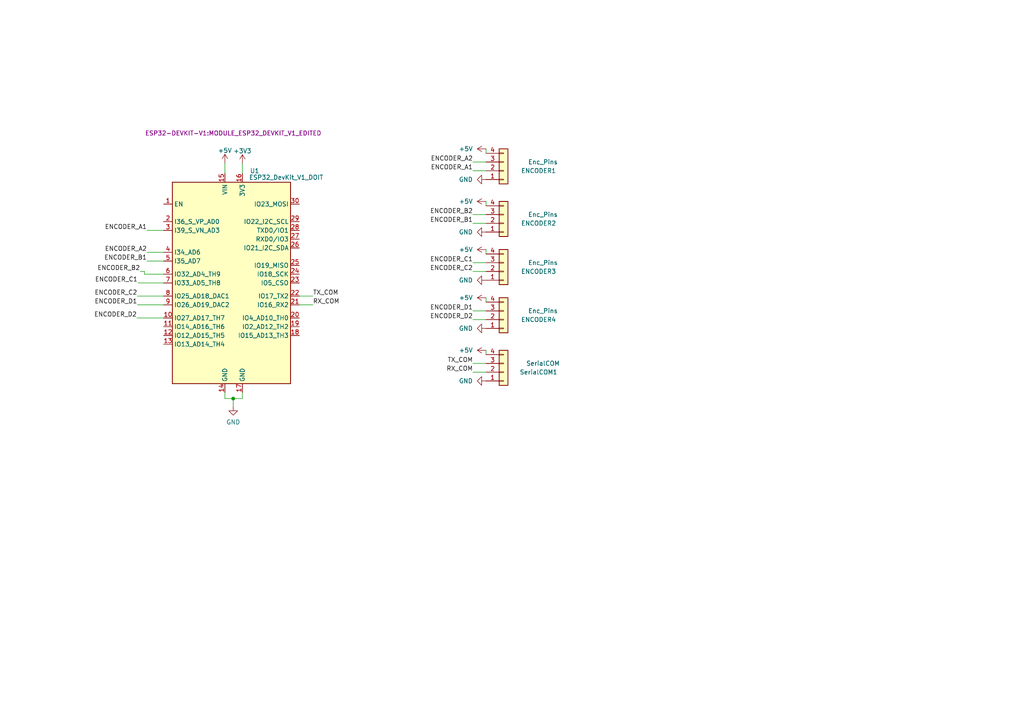
<source format=kicad_sch>
(kicad_sch
	(version 20231120)
	(generator "eeschema")
	(generator_version "8.0")
	(uuid "e63e39d7-6ac0-4ffd-8aa3-1841a4541b55")
	(paper "A4")
	(title_block
		(date "2022-01-17")
		(rev "1")
		(comment 2 "ESP32")
	)
	(lib_symbols
		(symbol "Connector_Generic:Conn_01x04"
			(pin_names
				(offset 1.016) hide)
			(exclude_from_sim no)
			(in_bom yes)
			(on_board yes)
			(property "Reference" "J"
				(at 0 5.08 0)
				(effects
					(font
						(size 1.27 1.27)
					)
				)
			)
			(property "Value" "Conn_01x04"
				(at 0 -7.62 0)
				(effects
					(font
						(size 1.27 1.27)
					)
				)
			)
			(property "Footprint" ""
				(at 0 0 0)
				(effects
					(font
						(size 1.27 1.27)
					)
					(hide yes)
				)
			)
			(property "Datasheet" "~"
				(at 0 0 0)
				(effects
					(font
						(size 1.27 1.27)
					)
					(hide yes)
				)
			)
			(property "Description" "Generic connector, single row, 01x04, script generated (kicad-library-utils/schlib/autogen/connector/)"
				(at 0 0 0)
				(effects
					(font
						(size 1.27 1.27)
					)
					(hide yes)
				)
			)
			(property "ki_keywords" "connector"
				(at 0 0 0)
				(effects
					(font
						(size 1.27 1.27)
					)
					(hide yes)
				)
			)
			(property "ki_fp_filters" "Connector*:*_1x??_*"
				(at 0 0 0)
				(effects
					(font
						(size 1.27 1.27)
					)
					(hide yes)
				)
			)
			(symbol "Conn_01x04_1_1"
				(rectangle
					(start -1.27 -4.953)
					(end 0 -5.207)
					(stroke
						(width 0.1524)
						(type default)
					)
					(fill
						(type none)
					)
				)
				(rectangle
					(start -1.27 -2.413)
					(end 0 -2.667)
					(stroke
						(width 0.1524)
						(type default)
					)
					(fill
						(type none)
					)
				)
				(rectangle
					(start -1.27 0.127)
					(end 0 -0.127)
					(stroke
						(width 0.1524)
						(type default)
					)
					(fill
						(type none)
					)
				)
				(rectangle
					(start -1.27 2.667)
					(end 0 2.413)
					(stroke
						(width 0.1524)
						(type default)
					)
					(fill
						(type none)
					)
				)
				(rectangle
					(start -1.27 3.81)
					(end 1.27 -6.35)
					(stroke
						(width 0.254)
						(type default)
					)
					(fill
						(type background)
					)
				)
				(pin passive line
					(at -5.08 2.54 0)
					(length 3.81)
					(name "Pin_1"
						(effects
							(font
								(size 1.27 1.27)
							)
						)
					)
					(number "1"
						(effects
							(font
								(size 1.27 1.27)
							)
						)
					)
				)
				(pin passive line
					(at -5.08 0 0)
					(length 3.81)
					(name "Pin_2"
						(effects
							(font
								(size 1.27 1.27)
							)
						)
					)
					(number "2"
						(effects
							(font
								(size 1.27 1.27)
							)
						)
					)
				)
				(pin passive line
					(at -5.08 -2.54 0)
					(length 3.81)
					(name "Pin_3"
						(effects
							(font
								(size 1.27 1.27)
							)
						)
					)
					(number "3"
						(effects
							(font
								(size 1.27 1.27)
							)
						)
					)
				)
				(pin passive line
					(at -5.08 -5.08 0)
					(length 3.81)
					(name "Pin_4"
						(effects
							(font
								(size 1.27 1.27)
							)
						)
					)
					(number "4"
						(effects
							(font
								(size 1.27 1.27)
							)
						)
					)
				)
			)
		)
		(symbol "Mechanical:MountingHole"
			(pin_names
				(offset 1.016)
			)
			(exclude_from_sim no)
			(in_bom yes)
			(on_board yes)
			(property "Reference" "H"
				(at 0 5.08 0)
				(effects
					(font
						(size 1.27 1.27)
					)
				)
			)
			(property "Value" "MountingHole"
				(at 0 3.175 0)
				(effects
					(font
						(size 1.27 1.27)
					)
				)
			)
			(property "Footprint" ""
				(at 0 0 0)
				(effects
					(font
						(size 1.27 1.27)
					)
					(hide yes)
				)
			)
			(property "Datasheet" "~"
				(at 0 0 0)
				(effects
					(font
						(size 1.27 1.27)
					)
					(hide yes)
				)
			)
			(property "Description" "Mounting Hole without connection"
				(at 0 0 0)
				(effects
					(font
						(size 1.27 1.27)
					)
					(hide yes)
				)
			)
			(property "ki_keywords" "mounting hole"
				(at 0 0 0)
				(effects
					(font
						(size 1.27 1.27)
					)
					(hide yes)
				)
			)
			(property "ki_fp_filters" "MountingHole*"
				(at 0 0 0)
				(effects
					(font
						(size 1.27 1.27)
					)
					(hide yes)
				)
			)
			(symbol "MountingHole_0_1"
				(circle
					(center 0 0)
					(radius 1.27)
					(stroke
						(width 1.27)
						(type default)
					)
					(fill
						(type none)
					)
				)
			)
		)
		(symbol "esp32_devkit_v1_doit:ESP32_DevKit_V1_DOIT"
			(exclude_from_sim no)
			(in_bom yes)
			(on_board yes)
			(property "Reference" "U"
				(at -11.43 31.75 0)
				(effects
					(font
						(size 1.27 1.27)
					)
				)
			)
			(property "Value" "ESP32_DevKit_V1_DOIT"
				(at 0 -21.59 0)
				(effects
					(font
						(size 1.27 1.27)
					)
				)
			)
			(property "Footprint" "ESP32_DevKit_V1_DOIT:esp32_devkit_v1_doit"
				(at 25.4 -26.67 0)
				(effects
					(font
						(size 1.27 1.27)
					)
					(hide yes)
				)
			)
			(property "Datasheet" "https://aliexpress.com/item/32864722159.html"
				(at 27.94 -29.21 0)
				(effects
					(font
						(size 1.27 1.27)
					)
					(hide yes)
				)
			)
			(property "Description" "32-bit microcontroller module with WiFi and Bluetooth"
				(at 0 0 0)
				(effects
					(font
						(size 1.27 1.27)
					)
					(hide yes)
				)
			)
			(property "ki_keywords" "ESP32-WROOM-32 WiFi and Bluetooth microcontroller"
				(at 0 0 0)
				(effects
					(font
						(size 1.27 1.27)
					)
					(hide yes)
				)
			)
			(property "ki_fp_filters" "esp32?devkit?v1?doit*"
				(at 0 0 0)
				(effects
					(font
						(size 1.27 1.27)
					)
					(hide yes)
				)
			)
			(symbol "ESP32_DevKit_V1_DOIT_1_1"
				(rectangle
					(start -17.78 30.48)
					(end 16.51 -27.94)
					(stroke
						(width 0.254)
						(type default)
					)
					(fill
						(type background)
					)
				)
				(pin input line
					(at -20.32 24.13 0)
					(length 2.54)
					(name "EN"
						(effects
							(font
								(size 1.27 1.27)
							)
						)
					)
					(number "1"
						(effects
							(font
								(size 1.27 1.27)
							)
						)
					)
				)
				(pin bidirectional line
					(at -20.32 -8.89 0)
					(length 2.54)
					(name "IO27_AD17_TH7"
						(effects
							(font
								(size 1.27 1.27)
							)
						)
					)
					(number "10"
						(effects
							(font
								(size 1.27 1.27)
							)
						)
					)
				)
				(pin bidirectional line
					(at -20.32 -11.43 0)
					(length 2.54)
					(name "IO14_AD16_TH6"
						(effects
							(font
								(size 1.27 1.27)
							)
						)
					)
					(number "11"
						(effects
							(font
								(size 1.27 1.27)
							)
						)
					)
				)
				(pin bidirectional line
					(at -20.32 -13.97 0)
					(length 2.54)
					(name "IO12_AD15_TH5"
						(effects
							(font
								(size 1.27 1.27)
							)
						)
					)
					(number "12"
						(effects
							(font
								(size 1.27 1.27)
							)
						)
					)
				)
				(pin bidirectional line
					(at -20.32 -16.51 0)
					(length 2.54)
					(name "IO13_AD14_TH4"
						(effects
							(font
								(size 1.27 1.27)
							)
						)
					)
					(number "13"
						(effects
							(font
								(size 1.27 1.27)
							)
						)
					)
				)
				(pin power_in line
					(at -2.54 -30.48 90)
					(length 2.54)
					(name "GND"
						(effects
							(font
								(size 1.27 1.27)
							)
						)
					)
					(number "14"
						(effects
							(font
								(size 1.27 1.27)
							)
						)
					)
				)
				(pin power_in line
					(at -2.54 33.02 270)
					(length 2.54)
					(name "VIN"
						(effects
							(font
								(size 1.27 1.27)
							)
						)
					)
					(number "15"
						(effects
							(font
								(size 1.27 1.27)
							)
						)
					)
				)
				(pin power_in line
					(at 2.54 33.02 270)
					(length 2.54)
					(name "3V3"
						(effects
							(font
								(size 1.27 1.27)
							)
						)
					)
					(number "16"
						(effects
							(font
								(size 1.27 1.27)
							)
						)
					)
				)
				(pin power_in line
					(at 2.54 -30.48 90)
					(length 2.54)
					(name "GND"
						(effects
							(font
								(size 1.27 1.27)
							)
						)
					)
					(number "17"
						(effects
							(font
								(size 1.27 1.27)
							)
						)
					)
				)
				(pin bidirectional line
					(at 19.05 -13.97 180)
					(length 2.54)
					(name "IO15_AD13_TH3"
						(effects
							(font
								(size 1.27 1.27)
							)
						)
					)
					(number "18"
						(effects
							(font
								(size 1.27 1.27)
							)
						)
					)
				)
				(pin bidirectional line
					(at 19.05 -11.43 180)
					(length 2.54)
					(name "IO2_AD12_TH2"
						(effects
							(font
								(size 1.27 1.27)
							)
						)
					)
					(number "19"
						(effects
							(font
								(size 1.27 1.27)
							)
						)
					)
				)
				(pin input line
					(at -20.32 19.05 0)
					(length 2.54)
					(name "I36_S_VP_AD0"
						(effects
							(font
								(size 1.27 1.27)
							)
						)
					)
					(number "2"
						(effects
							(font
								(size 1.27 1.27)
							)
						)
					)
				)
				(pin bidirectional line
					(at 19.05 -8.89 180)
					(length 2.54)
					(name "IO4_AD10_TH0"
						(effects
							(font
								(size 1.27 1.27)
							)
						)
					)
					(number "20"
						(effects
							(font
								(size 1.27 1.27)
							)
						)
					)
				)
				(pin bidirectional line
					(at 19.05 -5.08 180)
					(length 2.54)
					(name "IO16_RX2"
						(effects
							(font
								(size 1.27 1.27)
							)
						)
					)
					(number "21"
						(effects
							(font
								(size 1.27 1.27)
							)
						)
					)
				)
				(pin bidirectional line
					(at 19.05 -2.54 180)
					(length 2.54)
					(name "IO17_TX2"
						(effects
							(font
								(size 1.27 1.27)
							)
						)
					)
					(number "22"
						(effects
							(font
								(size 1.27 1.27)
							)
						)
					)
				)
				(pin bidirectional line
					(at 19.05 1.27 180)
					(length 2.54)
					(name "IO5_CSO"
						(effects
							(font
								(size 1.27 1.27)
							)
						)
					)
					(number "23"
						(effects
							(font
								(size 1.27 1.27)
							)
						)
					)
					(alternate "SS" bidirectional line)
				)
				(pin bidirectional line
					(at 19.05 3.81 180)
					(length 2.54)
					(name "IO18_SCK"
						(effects
							(font
								(size 1.27 1.27)
							)
						)
					)
					(number "24"
						(effects
							(font
								(size 1.27 1.27)
							)
						)
					)
					(alternate "SCK" bidirectional line)
				)
				(pin bidirectional line
					(at 19.05 6.35 180)
					(length 2.54)
					(name "IO19_MISO"
						(effects
							(font
								(size 1.27 1.27)
							)
						)
					)
					(number "25"
						(effects
							(font
								(size 1.27 1.27)
							)
						)
					)
					(alternate "MISO" bidirectional line)
				)
				(pin bidirectional line
					(at 19.05 11.43 180)
					(length 2.54)
					(name "IO21_I2C_SDA"
						(effects
							(font
								(size 1.27 1.27)
							)
						)
					)
					(number "26"
						(effects
							(font
								(size 1.27 1.27)
							)
						)
					)
				)
				(pin bidirectional line
					(at 19.05 13.97 180)
					(length 2.54)
					(name "RXD0/IO3"
						(effects
							(font
								(size 1.27 1.27)
							)
						)
					)
					(number "27"
						(effects
							(font
								(size 1.27 1.27)
							)
						)
					)
				)
				(pin bidirectional line
					(at 19.05 16.51 180)
					(length 2.54)
					(name "TXD0/IO1"
						(effects
							(font
								(size 1.27 1.27)
							)
						)
					)
					(number "28"
						(effects
							(font
								(size 1.27 1.27)
							)
						)
					)
				)
				(pin bidirectional line
					(at 19.05 19.05 180)
					(length 2.54)
					(name "IO22_I2C_SCL"
						(effects
							(font
								(size 1.27 1.27)
							)
						)
					)
					(number "29"
						(effects
							(font
								(size 1.27 1.27)
							)
						)
					)
				)
				(pin input line
					(at -20.32 16.51 0)
					(length 2.54)
					(name "I39_S_VN_AD3"
						(effects
							(font
								(size 1.27 1.27)
							)
						)
					)
					(number "3"
						(effects
							(font
								(size 1.27 1.27)
							)
						)
					)
				)
				(pin bidirectional line
					(at 19.05 24.13 180)
					(length 2.54)
					(name "IO23_MOSI"
						(effects
							(font
								(size 1.27 1.27)
							)
						)
					)
					(number "30"
						(effects
							(font
								(size 1.27 1.27)
							)
						)
					)
					(alternate "MOSI" bidirectional line)
				)
				(pin input line
					(at -20.32 10.16 0)
					(length 2.54)
					(name "I34_AD6"
						(effects
							(font
								(size 1.27 1.27)
							)
						)
					)
					(number "4"
						(effects
							(font
								(size 1.27 1.27)
							)
						)
					)
				)
				(pin input line
					(at -20.32 7.62 0)
					(length 2.54)
					(name "I35_AD7"
						(effects
							(font
								(size 1.27 1.27)
							)
						)
					)
					(number "5"
						(effects
							(font
								(size 1.27 1.27)
							)
						)
					)
				)
				(pin bidirectional line
					(at -20.32 3.81 0)
					(length 2.54)
					(name "IO32_AD4_TH9"
						(effects
							(font
								(size 1.27 1.27)
							)
						)
					)
					(number "6"
						(effects
							(font
								(size 1.27 1.27)
							)
						)
					)
				)
				(pin bidirectional line
					(at -20.32 1.27 0)
					(length 2.54)
					(name "IO33_AD5_TH8"
						(effects
							(font
								(size 1.27 1.27)
							)
						)
					)
					(number "7"
						(effects
							(font
								(size 1.27 1.27)
							)
						)
					)
				)
				(pin bidirectional line
					(at -20.32 -2.54 0)
					(length 2.54)
					(name "IO25_AD18_DAC1"
						(effects
							(font
								(size 1.27 1.27)
							)
						)
					)
					(number "8"
						(effects
							(font
								(size 1.27 1.27)
							)
						)
					)
				)
				(pin bidirectional line
					(at -20.32 -5.08 0)
					(length 2.54)
					(name "IO26_AD19_DAC2"
						(effects
							(font
								(size 1.27 1.27)
							)
						)
					)
					(number "9"
						(effects
							(font
								(size 1.27 1.27)
							)
						)
					)
				)
			)
		)
		(symbol "power:+3.3V"
			(power)
			(pin_names
				(offset 0)
			)
			(exclude_from_sim no)
			(in_bom yes)
			(on_board yes)
			(property "Reference" "#PWR"
				(at 0 -3.81 0)
				(effects
					(font
						(size 1.27 1.27)
					)
					(hide yes)
				)
			)
			(property "Value" "+3.3V"
				(at 0 3.556 0)
				(effects
					(font
						(size 1.27 1.27)
					)
				)
			)
			(property "Footprint" ""
				(at 0 0 0)
				(effects
					(font
						(size 1.27 1.27)
					)
					(hide yes)
				)
			)
			(property "Datasheet" ""
				(at 0 0 0)
				(effects
					(font
						(size 1.27 1.27)
					)
					(hide yes)
				)
			)
			(property "Description" "Power symbol creates a global label with name \"+3.3V\""
				(at 0 0 0)
				(effects
					(font
						(size 1.27 1.27)
					)
					(hide yes)
				)
			)
			(property "ki_keywords" "power-flag"
				(at 0 0 0)
				(effects
					(font
						(size 1.27 1.27)
					)
					(hide yes)
				)
			)
			(symbol "+3.3V_0_1"
				(polyline
					(pts
						(xy -0.762 1.27) (xy 0 2.54)
					)
					(stroke
						(width 0)
						(type default)
					)
					(fill
						(type none)
					)
				)
				(polyline
					(pts
						(xy 0 0) (xy 0 2.54)
					)
					(stroke
						(width 0)
						(type default)
					)
					(fill
						(type none)
					)
				)
				(polyline
					(pts
						(xy 0 2.54) (xy 0.762 1.27)
					)
					(stroke
						(width 0)
						(type default)
					)
					(fill
						(type none)
					)
				)
			)
			(symbol "+3.3V_1_1"
				(pin power_in line
					(at 0 0 90)
					(length 0) hide
					(name "+3V3"
						(effects
							(font
								(size 1.27 1.27)
							)
						)
					)
					(number "1"
						(effects
							(font
								(size 1.27 1.27)
							)
						)
					)
				)
			)
		)
		(symbol "power:+5V"
			(power)
			(pin_names
				(offset 0)
			)
			(exclude_from_sim no)
			(in_bom yes)
			(on_board yes)
			(property "Reference" "#PWR"
				(at 0 -3.81 0)
				(effects
					(font
						(size 1.27 1.27)
					)
					(hide yes)
				)
			)
			(property "Value" "+5V"
				(at 0 3.556 0)
				(effects
					(font
						(size 1.27 1.27)
					)
				)
			)
			(property "Footprint" ""
				(at 0 0 0)
				(effects
					(font
						(size 1.27 1.27)
					)
					(hide yes)
				)
			)
			(property "Datasheet" ""
				(at 0 0 0)
				(effects
					(font
						(size 1.27 1.27)
					)
					(hide yes)
				)
			)
			(property "Description" "Power symbol creates a global label with name \"+5V\""
				(at 0 0 0)
				(effects
					(font
						(size 1.27 1.27)
					)
					(hide yes)
				)
			)
			(property "ki_keywords" "power-flag"
				(at 0 0 0)
				(effects
					(font
						(size 1.27 1.27)
					)
					(hide yes)
				)
			)
			(symbol "+5V_0_1"
				(polyline
					(pts
						(xy -0.762 1.27) (xy 0 2.54)
					)
					(stroke
						(width 0)
						(type default)
					)
					(fill
						(type none)
					)
				)
				(polyline
					(pts
						(xy 0 0) (xy 0 2.54)
					)
					(stroke
						(width 0)
						(type default)
					)
					(fill
						(type none)
					)
				)
				(polyline
					(pts
						(xy 0 2.54) (xy 0.762 1.27)
					)
					(stroke
						(width 0)
						(type default)
					)
					(fill
						(type none)
					)
				)
			)
			(symbol "+5V_1_1"
				(pin power_in line
					(at 0 0 90)
					(length 0) hide
					(name "+5V"
						(effects
							(font
								(size 1.27 1.27)
							)
						)
					)
					(number "1"
						(effects
							(font
								(size 1.27 1.27)
							)
						)
					)
				)
			)
		)
		(symbol "power:GND"
			(power)
			(pin_names
				(offset 0)
			)
			(exclude_from_sim no)
			(in_bom yes)
			(on_board yes)
			(property "Reference" "#PWR"
				(at 0 -6.35 0)
				(effects
					(font
						(size 1.27 1.27)
					)
					(hide yes)
				)
			)
			(property "Value" "GND"
				(at 0 -3.81 0)
				(effects
					(font
						(size 1.27 1.27)
					)
				)
			)
			(property "Footprint" ""
				(at 0 0 0)
				(effects
					(font
						(size 1.27 1.27)
					)
					(hide yes)
				)
			)
			(property "Datasheet" ""
				(at 0 0 0)
				(effects
					(font
						(size 1.27 1.27)
					)
					(hide yes)
				)
			)
			(property "Description" "Power symbol creates a global label with name \"GND\" , ground"
				(at 0 0 0)
				(effects
					(font
						(size 1.27 1.27)
					)
					(hide yes)
				)
			)
			(property "ki_keywords" "power-flag"
				(at 0 0 0)
				(effects
					(font
						(size 1.27 1.27)
					)
					(hide yes)
				)
			)
			(symbol "GND_0_1"
				(polyline
					(pts
						(xy 0 0) (xy 0 -1.27) (xy 1.27 -1.27) (xy 0 -2.54) (xy -1.27 -1.27) (xy 0 -1.27)
					)
					(stroke
						(width 0)
						(type default)
					)
					(fill
						(type none)
					)
				)
			)
			(symbol "GND_1_1"
				(pin power_in line
					(at 0 0 270)
					(length 0) hide
					(name "GND"
						(effects
							(font
								(size 1.27 1.27)
							)
						)
					)
					(number "1"
						(effects
							(font
								(size 1.27 1.27)
							)
						)
					)
				)
			)
		)
	)
	(junction
		(at 67.6402 115.5954)
		(diameter 0)
		(color 0 0 0 0)
		(uuid "905a061f-1cab-486e-b3df-ef2e7eda48af")
	)
	(wire
		(pts
			(xy 39.8272 88.4174) (xy 47.4472 88.4174)
		)
		(stroke
			(width 0)
			(type default)
		)
		(uuid "084e4e23-e867-49dc-b339-af0b00b88a5a")
	)
	(wire
		(pts
			(xy 137.16 46.99) (xy 140.97 46.99)
		)
		(stroke
			(width 0)
			(type default)
		)
		(uuid "0ca39f83-a408-45f6-b17f-f10596428713")
	)
	(wire
		(pts
			(xy 39.8272 85.8774) (xy 47.4472 85.8774)
		)
		(stroke
			(width 0)
			(type default)
		)
		(uuid "0f08a8c6-11cf-4383-9f9b-5cef99d18ad8")
	)
	(wire
		(pts
			(xy 140.97 43.18) (xy 140.97 44.45)
		)
		(stroke
			(width 0)
			(type default)
		)
		(uuid "10629f06-742e-47e9-8186-265ec37ea45e")
	)
	(wire
		(pts
			(xy 39.9542 82.0674) (xy 47.4472 82.0674)
		)
		(stroke
			(width 0)
			(type default)
		)
		(uuid "16aacd3b-b93a-4686-be89-34d22bd6f348")
	)
	(wire
		(pts
			(xy 137.16 92.71) (xy 140.97 92.71)
		)
		(stroke
			(width 0)
			(type default)
		)
		(uuid "16c32694-213a-469c-836b-e9e7e1fd6fd9")
	)
	(wire
		(pts
			(xy 42.6212 73.1774) (xy 47.4472 73.1774)
		)
		(stroke
			(width 0)
			(type default)
		)
		(uuid "1cc180c7-622b-426d-ad56-54eaa2abc784")
	)
	(wire
		(pts
			(xy 90.7542 85.8774) (xy 86.8172 85.8774)
		)
		(stroke
			(width 0)
			(type default)
		)
		(uuid "219fbe0b-6c68-4645-bb83-86bee38cabbc")
	)
	(wire
		(pts
			(xy 70.3072 47.3964) (xy 70.3072 50.3174)
		)
		(stroke
			(width 0)
			(type default)
		)
		(uuid "2a40eb9f-7cf3-4a7e-9734-b384423f4056")
	)
	(wire
		(pts
			(xy 90.7542 88.4174) (xy 86.8172 88.4174)
		)
		(stroke
			(width 0)
			(type default)
		)
		(uuid "3267999b-9ecd-44de-ab95-54e65bd01898")
	)
	(wire
		(pts
			(xy 41.91 78.74) (xy 41.91 79.5274)
		)
		(stroke
			(width 0)
			(type default)
		)
		(uuid "3a9d0d5b-7e62-4fe8-a3f8-7770c22ffb86")
	)
	(wire
		(pts
			(xy 39.7002 92.2274) (xy 47.4472 92.2274)
		)
		(stroke
			(width 0)
			(type default)
		)
		(uuid "60f7102f-b2f4-4579-ae7c-5f61c72d4362")
	)
	(wire
		(pts
			(xy 67.6402 115.5954) (xy 70.3072 115.5954)
		)
		(stroke
			(width 0)
			(type default)
		)
		(uuid "610c67ed-88f6-4615-9de4-9e27695da595")
	)
	(wire
		(pts
			(xy 137.16 49.53) (xy 140.97 49.53)
		)
		(stroke
			(width 0)
			(type default)
		)
		(uuid "68223b1c-6b54-4866-aaa0-1c8c0a0dbe58")
	)
	(wire
		(pts
			(xy 40.64 78.74) (xy 41.91 78.74)
		)
		(stroke
			(width 0)
			(type default)
		)
		(uuid "6e3b11c2-1ca2-4a02-aa49-90e9c180395f")
	)
	(wire
		(pts
			(xy 137.16 90.17) (xy 140.97 90.17)
		)
		(stroke
			(width 0)
			(type default)
		)
		(uuid "8398f5ed-5248-4eb4-a13c-96e51300d743")
	)
	(wire
		(pts
			(xy 140.97 72.39) (xy 140.97 73.66)
		)
		(stroke
			(width 0)
			(type default)
		)
		(uuid "87c4796f-1434-471a-8fe2-8b1c17809584")
	)
	(wire
		(pts
			(xy 137.16 107.95) (xy 140.97 107.95)
		)
		(stroke
			(width 0)
			(type default)
		)
		(uuid "93d35e29-a150-4714-9f30-729fe45d0820")
	)
	(wire
		(pts
			(xy 70.3072 113.8174) (xy 70.3072 115.5954)
		)
		(stroke
			(width 0)
			(type default)
		)
		(uuid "99159dfa-1ccf-48c1-bf0f-e16c4c96db75")
	)
	(wire
		(pts
			(xy 137.16 64.77) (xy 140.97 64.77)
		)
		(stroke
			(width 0)
			(type default)
		)
		(uuid "a2fd0d9d-5a5c-4aa2-abba-942acb73a1a6")
	)
	(wire
		(pts
			(xy 137.16 105.41) (xy 140.97 105.41)
		)
		(stroke
			(width 0)
			(type default)
		)
		(uuid "a4114d04-9678-4956-8160-f50d49d154e2")
	)
	(wire
		(pts
			(xy 137.16 76.2) (xy 140.97 76.2)
		)
		(stroke
			(width 0)
			(type default)
		)
		(uuid "b0e3768e-b78d-4fb5-845f-2686db0d0428")
	)
	(wire
		(pts
			(xy 42.6212 75.7174) (xy 47.4472 75.7174)
		)
		(stroke
			(width 0)
			(type default)
		)
		(uuid "b3ca383f-a1f9-4675-8428-70de7c2ff7db")
	)
	(wire
		(pts
			(xy 41.91 79.5274) (xy 47.4472 79.5274)
		)
		(stroke
			(width 0)
			(type default)
		)
		(uuid "b751fa30-dc5f-47a6-9bbd-3d875a5c9a75")
	)
	(wire
		(pts
			(xy 137.16 62.23) (xy 140.97 62.23)
		)
		(stroke
			(width 0)
			(type default)
		)
		(uuid "b9a35190-f31d-40bb-b830-90a394bd6aea")
	)
	(wire
		(pts
			(xy 67.6402 115.5954) (xy 67.6402 117.8814)
		)
		(stroke
			(width 0)
			(type default)
		)
		(uuid "bbf47e69-fb88-447b-b9fb-bb1bd6b52393")
	)
	(wire
		(pts
			(xy 65.2272 47.2694) (xy 65.2272 50.3174)
		)
		(stroke
			(width 0)
			(type default)
		)
		(uuid "bfb7a5b4-7fad-4f7f-980d-07e848f8023e")
	)
	(wire
		(pts
			(xy 65.2272 115.5954) (xy 67.6402 115.5954)
		)
		(stroke
			(width 0)
			(type default)
		)
		(uuid "bff4222f-bd70-4d71-a0d5-2679a5fe0ace")
	)
	(wire
		(pts
			(xy 140.97 86.36) (xy 140.97 87.63)
		)
		(stroke
			(width 0)
			(type default)
		)
		(uuid "d1126732-070c-4077-8cd5-2a68a8790574")
	)
	(wire
		(pts
			(xy 137.16 78.74) (xy 140.97 78.74)
		)
		(stroke
			(width 0)
			(type default)
		)
		(uuid "d528b312-3a81-4ded-be6b-39e3718b1b81")
	)
	(wire
		(pts
			(xy 140.97 58.42) (xy 140.97 59.69)
		)
		(stroke
			(width 0)
			(type default)
		)
		(uuid "d7397d06-93c8-4db9-aa86-77d3e0e3f832")
	)
	(wire
		(pts
			(xy 65.2272 113.8174) (xy 65.2272 115.5954)
		)
		(stroke
			(width 0)
			(type default)
		)
		(uuid "e028148d-2514-44aa-8c2a-eb8697a9796a")
	)
	(wire
		(pts
			(xy 140.97 101.6) (xy 140.97 102.87)
		)
		(stroke
			(width 0)
			(type default)
		)
		(uuid "ee1bf81d-8ef1-4334-937b-bd63370da807")
	)
	(wire
		(pts
			(xy 42.6212 66.8274) (xy 47.4472 66.8274)
		)
		(stroke
			(width 0)
			(type default)
		)
		(uuid "f667c96a-9a3e-442a-8076-64db20abd091")
	)
	(image
		(at 355.854 260.985)
		(scale 0.108962)
		(uuid "d4ad31c6-13af-4224-917b-20a4927b453d")
		(data "iVBORw0KGgoAAAANSUhEUgAABdQAAAHWCAYAAAB+NgvlAAAABHNCSVQICAgIfAhkiAAAAAlwSFlz"
			"AAAOdAAADnQBaySz1gAAIABJREFUeJzs3Xe0fFV5//H3Q5MiTaQqikrTiIoNbEixo1jRiEoSYi+J"
			"RmMSoz97iYndWKMG0KigoiBNBcUWWwRLVFBRo9KVLkj7/P44Q/IVKffMnDNnyvu11l2sBWfv/Zk7"
			"915mntnn2YUkzZgkWwJ7ALsCOwK3Bm4CrA9cBVwMnAWcCvwQ+CpwQlWdM0hgSZIkSZIkSZKmJckm"
			"Sf4qyTczniuTfDHJk5NsMPTjkSRJkiRJkiSpU0luluRNSS4es5B+bc5N8ookmwz9+CRJkiRJkiRJ"
			"mkiSNZL8dZILOiykX9NvR2usPvTjlSRJkiRJkiSptSTbJfl2j4X0azo+TV92SZIkSZIkSZLmQ5J9"
			"0u+u9OtyZpJ7D/34JUmSJEmSJEm6QUn2T3L5AMX0q12a5DFDfx8kSZIkSZIkSbpOSZ6U5KoBi+lX"
			"uyLJI4f+fkiSJEmSJEmS9EeSPCzD7ky/pouT7DL090WSJEmSJEnzpYYOIGmxJbkFcCJwk6GzXMOv"
			"gJ2r6pyhg0iSJEmSJGk+rDZ0AEmLK8nqwKHMXjEd4ObA+4YOIUmSJEmSpPlhQV1Sn54J3L3D+dLh"
			"XAD7xH7qkiRJkiRJWiFbvkjqRZKbAj8BNpxgmlOAw4CjgJ8CZ9H83doc2BHYG3gEcMsJ1vgfYPuq"
			"+v0Ec0iSJEmSJEmSNJ4kr5zg0NCfJ3lqkhu8iybJakn2T/LrCdZ72jS+J5IkSZIkSZIk/YEk6yU5"
			"d8zi9oeTrDPGmhsn+cyYa56aFRTvJUmSJEmSJEnqVJod4+N4fZKxW1ElWSPJgWOuvVeX3wNJkiRJ"
			"kiRJkm5Qks+OUdA+dJJi+iprr5Xki2Os/4EuHrskSZIkSZIkSSuSpt3L71sWs3+VZL0OM2yZ5MKW"
			"Gc5IBwV9SZIkSZIkLS57Bkvq2n2AtVqOeWlVXdxVgKo6HfiXlsM2B/6kqwySJEmSJElaPBbUJXXt"
			"ri2vPxP49x5yvAm4tOWYu/eQQ5IkSZIkSQvCgrqkru3Y8vrDq+rKrkNU1QXA8S2H7dB1DkmSJEmS"
			"JC0OC+qSunarltd/ppcUjWNbXn+bXlJIkiRJkiRpIVhQl9S1DVte/4teUow3d9vskiRJkiRJWiIW"
			"1CV17cYtrz+jlxSN01pe3za7JEmSJEmSlsgaQwfQ8kiyEVBD51hAF1XV5UOHWMUVLa9fu5cUjXVb"
			"Xt82uyRJkiRJkpaIBXWNJcnaNP2mtwO2BW4GbApsPvraFLjR6KttUVMtJbkcOBX4DvAF4LCq6nPn"
			"9/W5qOX1WwE/7iPIaO42LuwlhSRJkiRJkhaCBXXdoCSbA3cF7jb65+2BrbFl0CxZE9hh9PVY4K1J"
			"DgdeXVXfnnKWc1pefzvghD6CjOZuo212SZIkSZIkLREL6vojSbYA7jf62gO4xbCJNIY1gEcBj0zy"
			"fuAFVXXelNY+BdirxfX7AO/sKcvDW15/ci8pJEmSJEmStBAsqAuAJHcD9gUeTLMDXYuhgL8E9kjy"
			"6Ko6aQpr/qDl9Xsk2byqzuwyRJLbATu1HPbDLjNIkiRJkiRpsXhA5BIbFdEfCzwG2GbYNJqC84GH"
			"VdWX+lwkyZ2AE1sOe0dVPavjHJ+k3Q71AFt2XdiXJEmSJEnS4rCgvmSSbAg8EXga7Xfvav6dD9y3"
			"qr7T1wJJVgPOBG7aYtjlwN272kGf5IHAMS2Hfa+q7tDF+pIkSZIkSVpMHiq5JJLcYdRL+zTg7VhM"
			"X1YbAh9PskFfC1TVVcAnWw5bE/hkks0mXT/JrYAPjjH045OuLUmSJEmSpMVmQX3BJblHkiOAk4C/"
			"ANYdOJKGdxvg9T2vcdAYY24JHJ3kZuMummQH4DO02x0PTbuXcYrwkiRJkiRJWiIW1BdUkt2SHA98"
			"FXgotvfRH3pKkj7bm3wZ+O4Y4+4MfDPJ7m0HJnkk8DVg2zHWPbaqfjrGOEmSJEmSJC0RC+oLJsnt"
			"khwOnADsMXQezazVgH/sa/KqCvCaMYdvCXw+ySeT3PX6Lkyy2ujDo88DnwA2GnPNV485TpIkSZIk"
			"SUvEXcsLYtR7+lU0bV3WGDiO5sPlwM2q6uw+Jk+yOvBNYOcJp/oFcDTwE+AMmg8DtgS2B/YGtphw"
			"/qOqau8J55AkSZIkSdISsKA+55IUcABNT+ybDBznulwBXDh0iAV2I8bvjf/Uqnpvl2FWleRuNG1Y"
			"ZvVumN8Dd6iqU4YOIkmSJEmSpNnnTuY5luR2wLuA+wwU4Uzgx6OvnwD/A5xFs4v4bOCcqrp8oGxL"
			"ZVS4fiNw75ZD9wR6K6hX1TeTvBn4m77WmNA/WEyXJEmSJEnSSrlDfQ6NdqU/B/gnYO0pLXse8BWa"
			"Fh7fAr5VVWdOaW2tQJK1aJ6fNoeN/qiqbttTJACSrAl8Abhnn+uM4dPAPqN+75IkSZIkSdINsqA+"
			"Z5JsCXwAeGDPS10BfAn4HHAcTQH9yp7X1ISS7EZzIO1KXVZVN+orz9WSbAV8GbhV32ut0PeA3arq"
			"vKGDSJIkSZIkSepBkt2TnJX+XJ7k2CRPTnLToR+v2ktSSX7X8nlfZ0rZtktyWrc/smM5OcmkB5lK"
			"kiRJkiRJmlVJnpOm4N2HU5L8bZJNh36cmlyS01s+/xtPMds2aQraQ/lWks2m9XglSZIkSZIkTVGS"
			"NZO8r4fC4lVJPplkzzQ92bUgMsMF9VG+TZN8puOf55X4cJIbT/OxSpIkSZIkSZqSJOsmObLjouKV"
			"SY5IcuehH5/6kRkvqI8yrpbk75Nc0vHP97U5P8lTpv0YJUmSJEmSJE1Jkpsk+c8Oi4pXJfmPJLcZ"
			"+rGpX5mDgvoqWW+T5gOePlyZ5INpDvKVJEmSJEmStIiSbJLkux0WFo9LcpehH5emI3NUUF8l892T"
			"HJbkig5+3i9NcnCS2w39uCRJkiRJkiT1KMkGSb7RQVExaQqr+w/9mDRdmcOC+tWSbJHkeUmOT3NX"
			"xUpdkeToJE+fpccjSZIkSZIkqSdpeqZ/qWUx9NpcleTtSTYY+jFp+jLHBfVVJflei8fwmaHzSpIk"
			"SZIkafGtMXQANZIU8H7g3hNOdQbw5Ko6cvJU0qCuanFtekshSZIkSZIkjVhQnx0vBx434RyfAg6o"
			"qt92kEeSJEmSJEmStAoL6jMgyb7AiyeY4irgpcCrq8qdumrrTkkuGDrEtVinxbUb5A8P3g1wHnAR"
			"cLa/F5IkSZIkSepCDR1g2SW5FXASMG6/84uAP7XFi66W5HRgi6FzzJBLgFOA7wNfAI6rqp8NmkiS"
			"JEmSJElzyYL6gJKsBhwP3HfMKX4DPKyq/rO7VJp3FtRX5FvAQcAHq+rcocNIkiRJkiRpPqw2dIAl"
			"94+MX0z/FbCrxXRpLHcF3gr8Isnrkmw6dCBJkiRJkiTNPneoDyTJdsB3gbXHGH4WsHtV/bDbVFoE"
			"7lAfy/k05xC8vaquHDqMJEmSJEmSZpM71IfzDsYrpp8L7GExXerUhsCbgS8nueXQYSRJkiRJkjSb"
			"LKgPIMljgfuNMfRy4DFV9YOOI0lq7AqcmOQhQweRJEmSJEnS7LGgPmVJ1gBePebwZ1XV8V3mkfRH"
			"NgYOT/KUoYNIkiRJkiRptlhQn74/A7YdY9whVfXersNIularA+9O8oyhg0iSJEmSJGl2eCjpFCVZ"
			"EzgZuFXLoT8F7lxVF3SfSovGQ0k7dRXw+Ko6ZOggkiRJkiRJGp471KdrX9oX0wGeZjFdGsRqwIFJ"
			"7jR0EEmSJEmSJA3Pgvp0PWuMMQdW1XGdJ5G0UmsDhybZYOggkiRJkiRJGpYtX6YkyR2Bk1oOuxDY"
			"tqrO6iGSFtQYLV9OAC7vKc5Q1gduDmwGrNnRnO+sqmd2NJckSZIkSZKk65LkbWnvlUPn1vxJcnrL"
			"n7ONh87clySV5G5JXpPklDF+B1d1ZZK7Df2YJEmSJEmSpIWWZLUkp7Us3p2bZKOhs2v+xIL6tUqy"
			"epK/TPKrlt+fVX1h6MchSZIkSZIkLbQku41RuHv90Lk1n2JB/XoluXGSw8b4nbzafYZ+DJIkSZIk"
			"SRqGh5JOx6NaXn8l8M4+gkjLrqouAh4NvG7MKV7QYRxJkiRJkiRJq0ry/ZY7YI8eOrPmV9yhvmJJ"
			"3tPye5UklyfZfOjskiRJkiRJmj53qPcsyWbA7VoO+2gfWST9kWcDX2s5Zg1g3x6ySJIkSZIkacZZ"
			"UO/f7kC1uP5y4FP9RJG0qqq6DHgGcFXLoQ/sIY4kSZIkSZJmnAX1/t2j5fVfq6pze0ki6Y9U1UnA"
			"IS2H3TfJGn3kkSRJkiRJ0uyyoN6/nVpe//leUki6Pv/a8vr1gdv2EUSSJEmSJEmzy4J6/27f8voT"
			"ekkh6fp8FTij5Zgd+ggiSZIkSZKk2WVBvUdJbgps3nLYiX1kkXTdquoq4HMth23XRxZJkiRJkiTN"
			"Lgvq/bpVy+t/bf90aTA/a3n9xr2kkCRJkiRJ0syyoN6vLVte/4NeUkhaidNbXr9+LykkSZIkSZI0"
			"syyo9+vmLa//ZS8pJK3Eb1tev24vKSRJkiRJkjSzLKj3a7OW17fdIStJkiRJkiRJmhIL6v1ar+X1"
			"Z/WSQpIkSZIkSZI0MQvq/Vq75fWX9JJCkiRJkiRJkjQxC+r9altQv7SXFJIkSZIkSZKkiVlQ79da"
			"La+/rJcUkiRJkiRJkqSJWVCXJEmSJEmSJGkFLKhLkiRJkiRJkrQCFtQlSZIkSZIkSVoBC+qSJEmS"
			"JEmSJK2ABXVJkiRJkiRJklbAgrokSZIkSZIkSStgQV2SJEmSJEmSpBVYY+gAml9J1gY2A9YF1hs4"
			"jv7Pmi2vX72XFJIkSZIkSdKCsaCuFUmyFrALsCdwD2AH4JZADZlLnVgfOGfoEJIkSZIkSdKss6Cu"
			"65XkbsCfA38K3GTYNJIkSZIkSZI0HAvqulZJ7gf8I7D7wFEkSZIkSZIkaSZYUNcfSHJr4K3A3kNn"
			"kSRJkiRJkqRZstrQATQ7kjwb+D4W0yVJkiRJkiTpj7hDXSRZH/gA8Oihs0iSJEmSJEnSrLKgvuSS"
			"3AQ4Eth16CySJEmSJEmSNMssqC+xJFsAJwDbD51FkiRJkiRJkmadPdSXVJINgKOwmC5JkiRJkiRJ"
			"K2JBfQklWQ04FNh56CySJEmSJEmSNC8sqC+nFwEPGDqEJEmSJEmSJM0Te6gvmSR3AV7W4ZQXAb8C"
			"zgIu63BejW8voIYOIUmSJEmSJC0aC+pLZNTq5R3A6hNMcwVwDPAp4PCqOquLbOpOkiuxoC5JkiRJ"
			"kiR1zoL6ctkfuPsE4z8BvKiqTu4oj/pxIbBhi+sv6SuIJEmSJEmStEgsqC+JJKvT9E4fx/nAflV1"
			"VIeR1J9LaFdQ/31fQSRJkiRJkqRFYkF9eTwa2G6McacCD62qH3acR5IkSZIkSZLmigX15fHkMcb8"
			"FnhQVf246zCSJEmSJEmSNG9WGzqA+pfkZsCeLYddAexrMV2SJEmSJEmSGhbUl8NDgdVbjnlPVR3f"
			"RxhJkiRJkiRJmkcW1JfDHi2vvwh4ZR9BJEmSJEmSJGleWVBfDvdpef37quqMXpJIkiRJkiRJ0pzy"
			"UNIFl2QjYKuWww7rI4tm1vFJrhw6xAzYuOX1eyf51hjrXA5cCJwHnAN8D/gh8F9VdeEY80mSJEmS"
			"JGlKLKgvvh1aXv8b4Mt9BNHMutPQAebUJqOvrlyR5KvAscBHq+qnHc4tSZIkSZKkDtjyZfG13Z3+"
			"g6pyt7I0fWsAuwGvBk5J8pkkj0ri32lJkiRJkqQZYaFm8a3f8vrTe0khqY3VgPsDHwe+m2TfJDVw"
			"JkmSJEmSpKVnQX3xrdfy+jN7SSFpXH8CHAIck+SWQ4eRJEmSJElaZhbUF9/qLa+/rJcUkib1AOB7"
			"SZ48dBBJkiRJkqRlZUFdkubH+sB7k7w3yVpDh5EkSZIkSVo2FtQlaf48GTguycZDB5EkSZIkSVom"
			"FtQlaT7dm6aovsnQQSRJkiRJkpaFBXVJml87A59NsuHQQSRJkiRJkpaBBXVJmm87Ax9NssbQQSRJ"
			"kiRJkhadBXVJmn8PBP556BCSJEmSJEmLzh2NkvYELhg6xJJZD7gFcAfgfsCdgJpwzucmOb6qjpg0"
			"nCRJkiRJkq6dBXVJJ1XVuUOHWGZJbg08ffS1/gRTvSfJTlV1TjfJJEmSJEmStCpbvkjSwKrq1Kp6"
			"IbAt8G9AxpxqC+DNnQWTJEmSJEnSH7CgLkkzoqrOqqqnAA8DfjvmNPsl2aXDWJIkSZIkSRqxoC5J"
			"M6aqjgTuCfxsnOHAG7pNJEmSJEmSJLCgLkkzqapOBu4L/HyM4fdKsle3iSRJkiRJkmRBXZJmVFX9"
			"EtgHuHiM4c/rOI4kSZIkSdLSs6AuSTOsqr4HPGOMoQ9JskPXeSRJkiRJkpaZBXVJmnFVdTDwybbD"
			"gCf0EEeSJEmSJGlpWVCXpPnwPOCylmMe10cQSZIkSZKkZWVBXZLmQFX9HHh/y2HbJ7lDD3EkSZIk"
			"SZKWkgV1SZofbwSuajlmjz6CSJIkSZIkLSML6pI0J6rqx8AJLYfdp48skiRJkiRJy8iCuiTNl0+0"
			"vP7evaSQJEmSJElaQhbUJWm+HNXy+s2TbNJLEkmSJEmSpCVjQV2S5khVnQqc3nLYtn1kkSRJkiRJ"
			"WjYW1CVp/pzU8noL6pIkSZIkSR2woC5J8+fUltdv1ksKSZIkSZKkJWNBXZLmz2ktr79xLykkSZIk"
			"SZKWjAV1SZo/F7e8fr1eUkiSJEmSJC0ZC+qSNH8ubXn9Or2kkCRJkiRJWjIW1CVJkiRJkiRJWgEL"
			"6pIkSZIkSZIkrYAFdUmSJEmSJEmSVsCCuiTNn7S8vnpJIUmSJEmStGQsqEuSJEmSJEmStAIW1CVJ"
			"kiRJkiRJWgEL6pIkSZIkSZIkrYAFdUmSJEmSJEmSVsCCuiTNHw8llSRJkiRJGoAFdUmSJEmSJEmS"
			"VsCCuiRJkiRJkiRJK2BBXZIkSZIkSZKkFbCgLknzxx7qkiRJkiRJA7CgLkmSJEmSJEnSClhQlyRJ"
			"kiRJkiRpBSyoS5IkSZIkSZK0AhbUJWn+2ENdkiRJkiRpABbUJUmSJEmSJElaAQvq0nVIcqMkGydZ"
			"c+gs+kNJavTcrDd0FkmSJEmSJC2PNYYOIA0pybbAvYHbAtuP/rkZsD6r/H4kuQy4GPgVcApwMvAD"
			"4ItV9cspx14KSTYCdgN2AnYEdgC2AdYD1l3lOoBzgfP5v+fmR8DXgZOq6spp5pYkSZIkSdLisqCu"
			"pZJkLWBv4BHAHsDWKxy61uhrY5oC76pz/gQ4HvgE8DkLuONLsjPwp8CewM7A6iscuvHoaxvgAav8"
			"+3OTnAAcBRxaVed1l1aSJEmSJEnLxoK6lkKSOwJPoSnWbtLx9NuOvp4KnJbkQ8B7quonHa+zkJLc"
			"BDgA2J9rfFjRgY1pPjx5BPDWJEcA7weOraq2B3vOEg8llSRJkiRJGoA91LXQkuyc5BDgROBZdF9M"
			"v6atgL8FTk5yRJK79Lze3EqyaZKXAacC/0z3xfRrWhvYFzga+E6S/ZOsdAe8JEmSJEmSZEFdiynJ"
			"tkmOAr5NU0Sd9g7d1YCHAt9M8qEkW055/ZmVZJ0krwD+B3gpsOEAMXYCDgROSrL7AOtLkiRJkiRp"
			"DllQ10JJsvZo1/P3gAcPHAeaQv5+wI+S/PWy74hOsjfwfeAlNDvGh3Z74PgkByfZfOgwkiRJkiRJ"
			"mm0W1LUwkmwPfI1m1/MsFGtXtQHwZpri7c2GDjNtow863gJ8Grj10HmuoYAnAt9P8pChw6yQPdQl"
			"SZIkSZIGYEFdCyHJE4H/Au44dJYbsBtwYpIHDR1kWpLsAHwd+Kuhs9yAmwKfTvKaJB7YLEmSJEmS"
			"pD9iQV1zL8nfAQcDNx46ywptChyV5HlDB+lbkl2BrwB3GDrLChXwD8DRSebl50mSJEmSJElTYkFd"
			"cyvJ6kneBbxu6CxjKOCNSeYx+4okeRhwPLDJ0FnGcD/guCQ3HTqIJEmSJEmSZocFdc2lJKsBBwJP"
			"GzrLhP4uyb8MHaJrSR4NfAJYZ+gsE7g7Tc/7jYcOIkmSJEmSpNlgQV3z6k3AE3qc/yrgXODM0T/7"
			"9PwkL+x5jalJsifwIaDPPuQX8n/PzWU9rrMTcHiSWftgwENJJUmSJEmSBuDBe5o7SV5Etwdcngd8"
			"Afg88F3gR1V1xrWsuzWwA7AzsAfNAaPrdZThdUnOqKqDOppvEEl2Bg4DbtTRlFcA36B5br4O/Aj4"
			"WVVdcY11NwK2B/4EuC+wJ7B1RxnuDXw0ySOq6qqO5pQk6Q8k2RR4DLDB0Fk0Ey6keR30O+Ac4Gzg"
			"DOC0qmr7wfrMS7IFcE/gZsC6A8eRNIzLgLOAE6vqB9NaNMmtgfsAmzPeRqSLaOoIX62qK7vMNq7R"
			"Hf270LxH3owb3kx7JnAq8JVZeQzSrLOgrrmS5AHAKzuY6irg08AHgKOq6gZ3OVfVL4FfAp8D/jnJ"
			"usAjgb8A9powTwHvTvLdqjppwrkGMSpqf4xuCgE/AN4LfLiqzryhi6vqPJrC+zeADyQpmjdl+wNP"
			"ZPI3Zg8DXgK8fMJ5JEkzIMntgdsCJ1TVWTOQZ2Pg28DNh86imXdpkp8CJ9P8zHwL+ProtdDcSXIv"
			"mtf298W7pyWNJDkZeA3wwb42NY0+yH4XzXv6Lu7o/XGSZ1TVcR3MNZYkawPPBp4PbDHGFL9J8hbg"
			"jVV1cafhpAXjixbNjSRbAQcz2c9taNqR3L6qHl5Vn1xJMf3aVNXvqupDVXU/mn7bR06QC2Bt4JAk"
			"87oz7d+AW084x3eARwE7VdWbV1JMvzZVlar6SlU9DdgGeC3NDq9JvGTUzkaSNMeS/DVwEnAI8N9J"
			"7jJwJIAHYTFdK7M2zR15jwJeBRwDnJPka0lemeRug6ZboSSV5GXAl2nu/PR9qaRV7UBzZtrnR4Xv"
			"TiW5KfAVmr+lXbXH3A44JskjOpqvlSQ3A74I/DPjFdMBNgFeAZyYZMeuskmLyBcumgujHccH0dyu"
			"NK7vAbtV1ROr6ofdJGtU1Ter6qHAQ4GfTTDVdsDbu0k1PUmeCjx6gikuBJ4L3LWqDutyF0JVnV1V"
			"L6J583nEBFOtDnwoyU26STYRe6hL0hiS7E9zDsvqo391U+CoJNsPlwpo7oCTxrU6za39Lwa+keQn"
			"o+L6LQbOdX3eAbx06BCSZt5uwLFJumq1erW30rz37toaNHdMb9LD3Ndp9B7180BXH6puBxyfxA/7"
			"petgQV3z4olM1lblYGCXqvpyR3muVVUdCdwR+PAE0zxpnnZCJ9kMeN0EU5wI3KWq3nLN3uhdqqqf"
			"V9U+wJ8x/m71LYBXd5dKkjQtSR4KvI8//pBxM5o361tNP1Vj9PrkXUOtr4VzG5ri+qlJPpbkHkMH"
			"WtXog62nD51D0tzYmQ43nSXZEnhcV/Ndi41o2sJO07vp/gOCLYF/73hOaWFYUNfMG/Xm/ucxh18B"
			"/HlV7V9Vl3QY6zpV1YVVtR/wd7TfSXy1tydZq8NYffpnYOMxxx4C3LOqftxhnus1Ovh1d5oDb8bx"
			"1CR37y6RJKlvoz7Nh3Dd5wdtQ3Ob9rj/P+vCs2nOIpG6sjrNHYRfTXJkkjsPHSjJOrg5QVJ7+yfZ"
			"uaO57kn/tbB79zz//0pyVya7W/z67JXk/j3NLc01C+qaBy+hOXG7rUuBR1bVgR3nWZGqej1wAM0B"
			"qG3dFnhWt4m6l2QX4EljDn838PiqurTDSCtSVd+keZHzP2MMXw14S7eJJEl9GR1Aejiwzg1cuhNw"
			"dA+3la9IVV0JPAE4doj1tfAeAnwryUEDt697CJ4XIKm91YC/7GiuabRj6bzv+/V4Iv22+Hxij3NL"
			"c8uC+uJb/YYvmV2j3mNPHWPolcD+VfXpjiO1UlX/DjxzzOEvHO3imWUvZrz/ef8H8My+TmxfidGu"
			"+L2AcQ4+3dVP6iVp9iXZGjgKWGkBcRfgI0muayd7r0YHpT8K+M8h1tfCK5qNEN8ftV0ZwoMGWlfS"
			"/HtwR/NMow42zTOs7tPz/PfteX5pLllQXyBJVk9yjyT/b9Qv8YfAG4bONaHnATceY9zfVNWhXYcZ"
			"R1W9G3j9GEO3YPq911YsyR2BvccYegJNG57BiulXq6qfAI8ALhtj+Is7jtOGh5JK0g0YnfFxHLB1"
			"y6EPBf5tdCD61FXV74CHAycPsb6WwpbAgUk+OcDZAbea8nqSFsctksz1hsGe9P13fMuhXhNJs8yC"
			"+pxLcqMkj0vyMeAc4KvAy2l6aO3IHO9QT7IuTT/Rtj5eVW/tOs+E/hEY50DUFySZ1d/TF9C+UHsW"
			"sF9VXd5DnrFU1ddo+t23tVuSXbvOI0maXJL1aXamj3tA158xYHuvqjobuB/wi6EyaCk8HDgpyZ5T"
			"XHOjKa4labGsAWwwdIgZtG7P868FrNnzGtLcmdVCnW5Akh2TvBH4FfARmgL6or1AfSSwYcsxZwFP"
			"6SHLRKrqCppbbH/XcuitmMFbrJJsQHNLelvPqKrTus7TgbcAnx9j3J91HUSSNJnRod4fA+4y4VTP"
			"SfK3HUQaS1X9Crg/4x+iLa3EpsCxScbZXDAOdzlKmoR/QyTNBAvqcybJrZK8G/g+TTuUmw4cqU/j"
			"FCtfWFXndp6kA1X1c+A1YwydxUNA9qX9J+HHVtUn+ggzqaoK8HTg9y2HPi7JjXqIJEkaw+iurg8C"
			"D+hoyn9KckBHc7U2Ou/jYcBFQ2XQUlgDeF2SD43uEJUkSdL1sKA+J5JsnuT9wCk0h3TObSuXlUiy"
			"JdD29tPvAgf1EKdLbwBObznmMUnW7iPMBJ7Q8voAz+8jSFeq6hTgAy2HbQw8pIc4N8Qe6pJ07d5M"
			"86FvVwp4T5Jx7srqJkDVN2jO+2j7oa/U1n7AZ0YtkyRJknQdLKjPgST70uxI/wuaHSTL4P60/9Dg"
			"taOdxjOrqi6l/UGxGwD36CHOWJKsB9yr5bBPVtV/95GnY6+l/QGlD+wjiCSpnSSvAp7Tw9SrAx9M"
			"cp8e5l7bcy8jAAAgAElEQVSRqjoOeDxw5VAZtDTuBRxtUV2SJOm6WVCfYaNd6UcBh7DYrV2uze4t"
			"rz8dOLSHHH14L+17qe/VR5Ax3YfmYJI23tZHkK5V1f8AR7QcNs2DvCRJ1yLJM2kOAO/LOsARSe7U"
			"4xrXq6oOo58PDKRruhdwzOjMHEmSJF2DBfUZleTOwNeBBw+dZSB7tLz+g1U1F7u2quoC4FMth7X9"
			"fvSpbZZfACf0EaQnB7e8frskt+wliSTpBiXZj+l8cLshcGSSbaaw1rWqqncCLx9qfS2Ve9IU1e2p"
			"LkmSdA0W1GfQ6PCrrwJLWaRLsimwTcthH+8hSp/a7qa/c5JZ6Zt/15bXf7yqruolST+OBi5uOeYu"
			"fQSRJF2/JPcD3s/0XtNuBXw2yeZTWu+PVNXLaHrFS327B3BQki7PYjm/w7kkLZergAuGDiFJYEF9"
			"5iR5IfA+4EZDZxnQDi2vPx/4Vh9BevR52vVBXRu4RU9Z2tqx5fXH95KiJ1V1GfDllsO27yPL9fBQ"
			"UklLL8ndgcOY/mumbYFjk2w05XVX9XzgIwOur+XxaOBvOpzvlx3OJWm5nFZVVwwdQpLAgvqs2Qf4"
			"p6FDzIC2BfX/nJd2L1erqvOAtod0ti1kd250QNWWbYbQvjg9C77Y8vrBnxtJWiZJtqM58+LGA0W4"
			"I/CJJINsgBjd+bU/zV1VUt/+KcmDOprrcx3NI2n5fHboAJJ0NQvqs2W/oQPMiG1bXv/DXlL07wct"
			"r2/7fenDbWi32/m0qprHW3vb/kzNwnMjSUshyS2A44DNBo6yB3BwkkFeT1fV5cBjac7ckfq0OvDB"
			"js6MORw4t4N5JC2fg4YOIElXs6C+mM4EPgD8KfCSgbOMY8OW15/SS4r+tc095K3lV2ubwedGktSZ"
			"JJsAxwBbD51lZF/gHUMtXlUXAXvT/kN6qa1NaIrqE53pM9po8epuIklaIkdW1ReGDiFJV7OgvjgC"
			"HAs8Erh5VR1QVR8Fzhs21lg2aHn9Ob2k6N9vWl6/fi8p2mmboe1jnBVtf6am/dzYQ13S0kmyLs3u"
			"1tsOneUanpbkZUMtXlW/AR4A/HyoDFoa9wZe2ME8b6L5XZaklfgFcMDQISRpVRbUF8PngF2r6kFV"
			"9ckFOKijbXHywl5S9K9t7nksqPvcSJImlmQtmgNI7zl0luvw0iTPHGrxqvo18GDmd5OB5sfLk9xu"
			"kglGZwA8Hji0m0iSFth/A3tW1VlDB5GkVVlQn29nAo+uqvtX1TeGDtOhtrtp2+7WnRVtD1Kd6Bbb"
			"jizLc3NVy+v9WypJPRn1KD+QZhf2LHtbkscOtXhV/Qh4CPN7d5jmw5rAvyaZ6O63qvod8Diaw3V/"
			"0UUwSQvlIuAVwC5VderQYSTpmtYYOoDGdjjwl1W1iDuRLmp5/Y17SdG/tr3iL+glRTvL8ty0bTs0"
			"rzvxJWkevIXmXJhZtxrNIaW/rarPDRGgqr452j28F949tQiK5pyWTWkOQL8jsM2QgUZ2p9lh/h+T"
			"TFJVofmd+RCwC3AfYCtgnUkDairWoXm+7gxsPHCWa3Ma8B3gLOD3A2fRylxBs2nwROBzVXXJwHkk"
			"6TpZUJ8/AV4D/L/R7ZKLqG3h+Ca9pOhf24MsZ6Fo2zbDLL64Xom2uWfhuZGkhZPk/wHPHjpHC2sB"
			"n0iyZ1V9a4gAo9viPzzE2upfkpvTtPd5LLAHw93B+Mokh1bV5ZNONHpP85+jL82ZJGsA9wNeCuw6"
			"cBxo2oO9Dvjm6EMbSZI6Z5uC+XIV8LSqevECF9OhfUF9215S9G+7ltef30uKdtpmaPsYZ0Xbn6lp"
			"PzebtbzeQ0klzZ0kTwdePnSOMawPHJlk+6GDaPFU1a+q6r1VdX+a11lvpP0dhF24NfDnA6yrGVNV"
			"V1TVMTRnXPwN7dtaduVC4OFV9aiq+obFdElSnyyoz48Az6iq9w4dZAra9kjbsZcU/Wub+2e9pGin"
			"bYZbJFm3lyT9avvcTK2v32hn2j9Maz1JGkKSfYG3D51jApsBxybZauggWlxV9bOqej5NYf3dtD8D"
			"ZlIvSjILZ/xoBlRVqupNwJ8x/XOULgHuV1WHT3ldSdKSsqA+P/5fVb1n6BBTckrL6+8x6cFI0zYq"
			"Mt+x5bAf9ZGljar6LXB2iyGrMRu3frZ1r5bXn9xLimtIsinwGZpeqpK0kJLsBRzMbBzGPYltgGOS"
			"tG3xJrVSVWdU1dNpepBP5TXJyDbA3lNcT3Ogqj4EvG3Kyz67qr4x5TUlSUvMgvp8+DDw6qFDTFHb"
			"wvFmwO37CNKj3Wj6rK7U5UxxF/QNaPtGbc9eUvQkyWo0h2210fub1yQbAscAt+17LUkaSpK70vS/"
			"vdHQWTqyE3B0kvWGDqLFV1VfBe4KHDLFZZ85xbU0P14G/HZKa50E/PuU1pIkCbCgPg9OBZ66ZD3g"
			"Tqc53buNR/YRpEePaHn997s49KkjJ7a8ft6em91pfyhp2+9JK6M7Go4A7jzmFHN1B4ek5TTqOX4U"
			"TQ/yRbIr8B+jg/ukXlXVRcCfAq+a0pIPGLWjk/5XVZ3L9A5HfueCny8mSZpBFtRn21XAX4xeGC+N"
			"0YcHX2g57Enz0vYlyVrAY1oOO76PLGP6fMvrb5fkLr0k6ceTWl7/66pq26ZoxUY/Lx+juY1bkhZS"
			"kpux2C2t9gHePS+vVTTfRr2sXwK8aBrLAY+awjqaP0ct2DqSJP0vC+qz7V1V9cWhQwykbQF5W+AB"
			"fQTpwX7AJi3HtC1i9+kE2h96NRe3A496lO/bcthxfWQBGB309UHgwX2tIUlDS3ITmpZWtxw6S88O"
			"AF4zdAgtj6p6LdPpZf3oKayh+TONdpWXAb+ewjqSJP0BC+qz60LgFUOHGNBnaX86/DR24UxkVCD9"
			"h5bDLgVm5oOV0cGk32o57ElJbtFHno49D2jb5/azfQQZ9XL/AO0L/JI0N1ZpaTVvZ6GM6++TPG/o"
			"EFoqz6P9nZ9t3TPJorVq0uTOnsIav1my1qiSpBlhQX12vb6q2vYRXxhV9TPgay2H7ZbkIX3k6dAB"
			"wPYtx3y6qi7sI8wE/qPl9Wsy4x8QjdoNPKflsN8Bn+ohDsC/0L79zHWxxYCkmZNkTeBQ4J5DZ5my"
			"NyR5wtAhtByq6krgz4Hze1xmDZbv91g3bBqFbovpkqRBWFCfTb8D3jl0iBlw8Bhj3ppk7c6TdGB0"
			"S/s4t3of1HWWDnwYaHtI6v5Jdu8hS1feBNy45ZjD+viwI8lraHaUSdJCGvUSfx8w6x+E96GADyR5"
			"0NBBtByq6hfAy3texrNeJEnS0rCgPpsOqqrfDB1iBnyEpt1JG7cBXt9Dli68B7hpyzFn0fSVnSlV"
			"NU6uAt6bZIMeIk0kyWMZr7VK5x92JHku7dsCSdK8eQPd3YUzj9YEPpZk16GDaGn8K/DTHue/U49z"
			"S5IkzRQL6rPpfUMHmAVVdS5ND+m2np1kpg5HSvIcxjuw6a1V1XYn+LS8YYwx2wLvGe1MnAlJtgPe"
			"O8bQ79Jx//QkfwG8scs5JWnWJHkR3oUDzZkdn05yu6GDaPFV1WXAW3pc4rY9zi1JkjRTLKjPnp8B"
			"/zV0iBnyOprT29so4OAk9+4hT2tJ9ma8Iun5NLuJZlJVnQB8eYyhjwNe1XGcsSS5Kc1heOPsmn91"
			"l4cgjfrp/hv2O5e0wJL8JcP/P+C3wJOBXWk+HB6yB+8mwDFJth4wg5bHgcDFPc29TZJ1eppbkiRp"
			"plhQnz0f96Ty/1NV/wN8aIyh6wCfTLJzx5FaSbIHcAjNYU1tva2qzus4UtdePea4FyX5206TtJRk"
			"E+BYYIcxhv8I+FiHWfahuRujr7/JFuklDW70t+5dDPs36ULg/lX1vqr6elW9AHj2gHkAtgaOS7LZ"
			"wDm04KrqAuD4nqZfDdiyp7klSZJmigX12fP5oQPMoJfQvAFuaxPgC6Oi9tQleQxwNLDuGMN/zez2"
			"gv9fVXUMzWMcx+uTvG6I9i9Jbkmzu/7OY07xN1V1VUdZ9gQ+StNPV5IWUpL70vytG+cD5q78HnhE"
			"VX171X9ZVe9gvEPDu7Qd8Kkk6w2cQ4tv3NdtK+GHQpIkaSlYUO/X2i2vD/C1PoLMs6r6NfCyMYdv"
			"AHwmycuSTOXnPckaSV5GUzi40ZjT/E1VjfMhwhCeQ/vDY6/2dzQFhJt0mOd6jQrYXwN2HHOKj1dV"
			"J29Gk+wCfJL2fyskaW4kuRPwKYb9W3cl8ISquq7duS9mvPM0urQrcGgSP2BVn07sce5Ne5xbkiRp"
			"ZlhQ71fbvsynV9Vve0ky/94KfGfMsWsAL6U5+OtW3UX6Y0l2Ar44Wm/c36/PVNUh3aXqV1X9lMl2"
			"9j0MODHJwzqKdK2SbJDkzTQHiW4x5jQX0tFBeqOflaOA9buYT5JmUZLbAMcAGw4c5VlV9fHr+o+j"
			"dnvPAD4xvUjX6sHA+2fp8G4tnB/2OLc91CVJ0lKwoN6vtoWy03tJsQCq6grg8Ux2kNKDgf9O8ook"
			"G3eTrJFkyyRvAb4N3GOCqc4E/ryTUNP1WuBLE4y/BXB4ksOT3LGjTAAkWSvJk2n6nv81k/3de1pV"
			"/bKDTNvS9G8fd2d+23MWLMxImrpRT/CjgM0HjvKSqnr3DV1UVVfSvNb4TP+RrtcTgbcNnEELqqrO"
			"By7rafrVe5pXkiRpplhQ71fbXRpn9pJiQVTVD4FnTjjNOjQ92X+R5F+S3H6SyZLskuRdwKnAXzFZ"
			"b9irgCdW1dx9sDL6wGM/4JwJp7p6t/rhSR6aZOzvZ5KtkrwA+DHNbfyTHpT17qr68IRzkOTmNLvk"
			"J8kzzkG9kjQ1STakKUxvP3CUt1fVq1Z6cVVdBuxL8wH5kJ6V5O8GzqDFdX5P81pQlyRJS2HIg6GW"
			"Qdvvr+1ebkBVHZTkHsDTJ5xqfeD5wPOTfJfmTf/nge+Merb/kdHt17cAdgb2BB5Ec4hYV15SVZ/r"
			"cL6pqqpfJdkPOJLJDtgsmsL6w4CzkxwNHA98HfhpVV1+bYNGfdhvB+wO7AXch+7e2H0DeO6kkyTZ"
			"lOZnbZsJpnkZze3aT5w0jyT1Ick6wOFAp3ccjeEjNHcmtVJVFyR5IM3h1Tt0nmrlXpvknKp634AZ"
			"tJj6eg/4+57mlSRJmikW1PvVtqjoi9CVeTZND+xHdDTfHUZfLwBIciHwa+Ai4DxgY5oC/Nb01xvy"
			"nVU1SR/ymVBVn01yAHAQ3bQZ2RTYf/QFcEWSX9PshL+Q5tDX9WnaCfR1ENbJwN5VNe7Bq8D/7tY8"
			"BrjtBNO8rapenuSxk2SRpL6M7iz6MLDbwFE+A/xZVV01zuCqOifJg4CvAFt1mqxFDOBdSc6qqiMG"
			"yqDFtF5P817U07ySJEkzxYJ6v9p+fycq2C2LqroyyeNpipP37WGJ9YEde5j3unwMeM4U1+tVVX1w"
			"1Df3DT1MvwZwy9HXNJwGPKiqJmplk2Rd4AjgzhNMcyBj7LSUpGkZ3cn1HuDhA0f5BvDoUfuWsVXV"
			"z0dF9RNoPlwfwhrAR5M8oKq+PFAGLZAkmwNr9TT9hT3NK0mSNFPsod4vDwLsyWi38N7A0UNnmdCH"
			"gP1GB6EtjKp6I82HBGPtDJwRPwN2r6qfTzJJkrWAj9O0oBnXYcCTq+rqw0g9lFTSLHod8BcDZ/gR"
			"zV1FneyUrarv0bQg+10X841pHZqDu3caMIMWR5/nGpzR49ySJEkzw4J6v37V8voh36zNnaq6GNgH"
			"eP/QWcb0VmD/6+oJPu+q6u00B7vN450X3wPuXVU/nmSSJKsDH6Tptz+uzwKPHx38KkkzKclzgBcO"
			"HOPXdHBX0TVV1Vdo2sxNtON9QhsDxyS51YAZtBju2dO8of17H0mSpLlkQb1fX2l5vbs6WhoVGZ8M"
			"vBSYl13elwJPr6q/Hre367yoqk/QFJNPGzpLC4cA96qqiTKv0vpg3wmm+SrwyKryfAVJMyvJ/sBb"
			"Bo7xW+CBVfWLPiavqs/SvN5oe4dQl7YCjh21VZPGtWdP85496XkzkiRJ88KCer8ubnn9Fr2kWHBV"
			"lap6BbAXs1+4/TFwj6p699BBpqWqTgDuxOy35/k98NyqelxVddED9A3AAROMP4mmbUHbvyOSNDVJ"
			"Hgq8j2FbS10CPLyq/rvPRarqYIY/82Q74LNJNho4h+ZQkk3pr6De6++fJEnSLLGg3q+zW16/bS8p"
			"lsSocLszcDDD7iC7NlfStHi5S1WdNHSYaauqs4GH0hyqef7Aca7NV4C7VVUnOyyTvBZ43gRTnELT"
			"tuC861qi5Xz2UJfUuST3ormrZ8hD7i8HHjOtAzur6l9pesUP6Q7Ax5PcaOAcmj8H0N/v6/d7mleS"
			"JGnmWFDvV9v+y9v1kmKJVNVZVbU/sDuz88L+v4B7jlq8dLHzeS5V1VVV9VZgR2bnQ4/fAs8Fdhsd"
			"PDexJM8F/n6CKX4K7FFVZ3aRR5L6MDog8wiaAzMHiwEcUFVHTXndFwH/NuU1r2lP4EOjszqkG5Rk"
			"HSb7sP+GLN2GEUmStLwsqPfrJy2v3zHJ+r0kWTJV9UXgjjSHlp44UIyTgMfS7Hz+xkAZZk5VnTH6"
			"0ONONIX1IXrfnw28HLhNVb2lq172SZ4BvGmCKX4N3H/S/u2S1KckWwNH0hyUOaQXVNUHp71oVQV4"
			"OvCxaa99DY8G3jFwBs2Pvwc273H+L/U4tyRJ0kyxoN6v02jXR30NYJeesiyd0Y7oI4C70rzpPIb+"
			"i7eXAYcBD6iqnavq0NEbb11DVX13VFi/A/Bu4NwpLPtt4NnANlX1sutpqdJakicAb59ginNofm5+"
			"1lEkSerc6EDM44CtB47yuqp641CLV9WVwJOALwyVYeSpSV45cAbNuCS3BV7Y4xKnVVXbO3MlSZLm"
			"lgX1Ho0KqW0P6LlvH1mW2aiw/omqejBNAeAFwJdp+q524RLgc8AzgS2r6lFV9dmO5l54VfWDqno6"
			"sCXwGJodf7/paPoA36Ppd3v7qrpLVf1rVf2uo/mbRZJ9gH9n/L+pFwAPrqofdBZKkjqWZAPgKIZv"
			"Ufc+mrYrg6qqS4GHM9ydcFd7cZKhD0vVjEqyLs1ZB2v3uMxxPc4tSZI0c4Y8RGpZfAm4e4vrHwO8"
			"pKcsS6+qTgfeALwhyXrAvYH70PT13pHmYNjrO+TrEuBkmkMjfwCcAPxnVf2+z9zLYPQ9/DjNQWur"
			"0bTs2QPYiea52YHrby9wJfALmufmh8DXgc9X1Vl95k6yJ/BRxv97egnwsKr6VptlW67hoaSSJpJk"
			"LeBQ4C4DRzkCePqs3P1VVRckeSDN670dBozyliQXVNWBA2bQjBn12D8QuH3PSx3W8/ySJEkzxYJ6"
			"/74EPL/F9Tsm+ZOqaruzXS1V1cXAsaMv4H/feGwAbATcGFgLuBS4iGYX8Xmz8iZ+kY16mp/INXb9"
			"jXZHrk/z3NwYuAo4n+a5uXDaH2wkuQfwKcbf9XUZ8KhRz39Jmkmj/zf+B/CAgaN8EXhsVV0xcI4/"
			"UFVnJ3kw8BWau60GiQG8J8kZVXXsDV6thTf6vX0PzWadPv2OVV5LS5IkLQML6v37Ms1u0jY7RP8c"
			"+Nte0uh6jXqinst0+nmrpaq6gKZ4PrgkW9DsqL/xmFNcCexfVcd0l0qSevEOmrNIhvQdYJ9Rm5WZ"
			"U1U/S/IgmjvXNhooxlo0d3ntVVVfHyiDZkCS9YGPAA+ZwnKf6rqVniRJ0qyzh3rPquo3NK0n2nhy"
			"knGLdJJ6NmpJ8zHG34kY4ClV9dHuUklS95K8CnjqwDFOpTln4vyBc1yvqvou8GDaHUjftfWAI5Pc"
			"bsAMGlCSrWgOy51GMR3gvVNaR5IkaWZYUJ+Oj7S8fiPggD6CSOrEY4B7TTD+b6vqAxOMt4e6pN4l"
			"+SvgHweOcSbwwNEZKDOvqr4G/CkwZFuaTYBjkmw9YAYNIMmjaNrl3XlKS/6EpngvSZK0VCyoT8ch"
			"NO0d2njxqF+0pNkzycHBL62qN3SWRJJ6kGQ/4E0Dx7iAZmf6TwbO0UpVfRp4Mu0//OzS1sCxSW46"
			"YAZNSZLtk3yKphXdZlNc+s2eLSRJkpaRBfUpGO2qanvo4KbA3/UQR9IEktwWuP2Yw99aVa/oMo8k"
			"dW3UC/zfGfZ14qXAw6vqxBu8cgZV1YEMfx7ObWnav9hGcEEluVuSDwHfB/aZ8vJnAe+f8pqSJEkz"
			"wYL69PzrGGOen2SnzpNImsSDxhz3b8BzuwwiSV1LsivNGRFrDhjjSuAJVfWFATNMbHQ30j8NHOPu"
			"NAeVrjVwDnUgyZpJ7pnkpUn+G/gGsB/D/L6+qaouGWBdSZKkwa0xdIAlchhNn8FtW4y5EXBQkl2q"
			"6rJ+YklqaccxxnwC/j979x02a1Webfy86R1EihQVe0eNfooNsYCKvZfYK9YosQS7xigaMWKJigU1"
			"YAMLoKCgiGDXWFBAQEQiUkSlSG/X98czJNstwvQ15fwdxxzv3u9+nrWumT1vmXvWcy928bJoSbOs"
			"t5Hll+k2tmwWA3hBVX2hYYZx2o3uqsOWe+PsBHwiyT9W1ZUNc/yVJDcB/hmwLc21WwXYhu4KuTXb"
			"RgHgd8CerUNIkiS1YkF9SqrqyiR7Au8d8NQ70K1uetn4U0kawuYDHn8o8KSqGnQfhWvipqSSxirJ"
			"DYCv0m1o2dLrqmqvxhnGpqqS5Hl0j+vDG0Z5AvBH4MUNM/yvJGvSbWa5deMoGs5rXJ0uSZKWmS1f"
			"pmtv4LQhzntpkmeNO4ykoaw/4PFvrqpLJpJEksagt3Hl1+g2smzpPVX1b40zjF1VXU5X0P5W4ygv"
			"SvL6xhmucmssps+rI4F9WoeQJElqyYL6FFXVBcBrhjz9P5M8ZJx5JEnScuttWPkVhmtnNU6fZoGv"
			"xquqi+lWqP+scZQ3JdmlcQaAE4CzWofQwC4GnmMLO0mStOwsqE/fJ+k2EBrUGnSbSrW8XFiSJC2I"
			"3kaVn6fbuLKlrwFPn6X+3pNQVecCDwJOahzlfUke2zJAb5HJEwCv4Jovr6+qE1qHkCRJas2C+pT1"
			"XizuCgzzonENYL8ZWVkkqR17qEsaSZJV6N7k36lxlB8Cj1mWzder6gy6x/z0hjFWBfZJ8oCGGaiq"
			"w4HHA+PcY0STcwiwR+sQkiRJs8CCegNV9R3gXUOevjrwgST/mWStMcaSJEnLY0+6YmZLxwE7V9X5"
			"jXNMVVX9hm6l+jkNY1y1SOPODTNQVQcA/9Qyg/pyKvC0Rb+KRJIkqV8W1Nt5LfDzEc5/PvDLJNuP"
			"KY8kSVoCSd4AvKhxjN8DD6qqPzXO0URV/ZyuqH5BwxjrA4ckado/v6reD7ylZQZdo4uAR1eVPe8l"
			"SZJ6LKg3UlWXAE+m+yV1WDcBDk+yd5IbjieZJElaVL22cW9sHONPwE5VdUrjHE1V1ffp+ohf3jDG"
			"JsBhSW7QMAPA64GPNM6gv3Ul8I9VNcz+T5IkSQvLgnpDVfVL4GkM3g95RasCTweOT7JX60t3JUnS"
			"bOptRPm+xjEuAB5SVcc2zjETqurLwHMY7XfBUW0NHJxk41YBqirALsCBrTLobwR4YVV9sXUQSZKk"
			"WWNBvbGq2g94zRiGWpPuBdmPkvw0yb8muTtdwV3SYnFTUkkDSXIf4L9o+3vBZcBjeyuz1VNVH6d9"
			"H/Hb0BXV120VoKquoFuxf1SrDPorr6qqD7YOIUmSNIssqM+Aqnob473M9Q50Pdq/A+wxxnElSdKc"
			"6V29dgDdm++tXAk8o6oOaZhhZlXVe4F/bxzjrsDnkqzeKkBVXQQ8HDimVQZxJfCiqmr9fJQkSZpZ"
			"FtRnx3OB909gXFeoS5K0pJLcFPgy3QaULb2iqvZtnGHWvQr4aOMMOwMfT9LsNUJVnQ3sBCx1j/1G"
			"LqXrmT6J1ySSJEkLw4L6jOj1jnwxsGfrLJIkaf4l2Qr4OrB54yhvrap3Nc4w82aoj/iTgHe2DFBV"
			"pwEPotvAVtNxFrBjVX2mdRBJkqRZZ0F9hvReSL0MeAPd5ZaSdHXsoS7pGiXZEPgKcMPGUT5J14ZO"
			"faiqy+n6iB/ZOMrLkuzWMkBVHUe3Yv6CljmWxE+Bu1RV6+edJEnSXLCgPmOqKlX1ZuChwDmt80iS"
			"pPmSZB3gYOD2jaN8EXhmb8GA+tTrI/4w4OeNo/xbkme3DFBVPwQeD1zeMscCC13LybtX1W8bZ5Ek"
			"SZobFtRnVFUdTLc51E9bZ5EkSfOht6HkfsDdG0f5FvCkqrqicY65VFXnAjsCJ7SMAXwwyWMaZqCq"
			"vgI8ncGvztI1Owt4eFW9qKoubh1GkiRpnlhQn2FVdQJwF+CleLmrJEm6BkkK+Bhdm4yWfkZXqLNI"
			"N4KqOovu//KMhjFWBf4ryQ4NM9Db0LZpC5oFciXd5re3rqqDWoeRJEmaRxbUZ1xVXV5VewJ3Ag5r"
			"nUfSTLCHuqSrswfw5MYZTgIe1FthrRFV1Ul0m3O2fDzXAr6U5I4NM1BVbwf2bJlhAfwIuEdVPbuq"
			"/tg6jCRJ0ryyoD4nqur4qtoJuAdweOs8kiRpdiR5Nd3G5i2dBexcVS1XVC+cqvoZXVH9woYxNgS+"
			"luQWDTNA9xz/ZOMM8+ho4HHAXavq+63DSJIkzTsL6nOmqr5bVfcD7gfsD1zaOJIkSWooybOAtzSO"
			"cS6wU69dncasqr4HPIm2m3NuChycZItWAXob3D4Hr9rsx+V0GwM/ALhDVe3nBsGSJEnjYUF9TlXV"
			"4VX1WGBr4OXADwE3/pIkaYkkeQTwIdq2drqYrmf6zxpmWHhVdQDwPNpuznlj4JAkG7UKUFWXAo8G"
			"/rtVhhkW4Md0/ea3qapHVdWhFtIlSZLGa7XWATSa3oZVewB7JNkYuH/vdgfglsD6DeNJkqQJSXJv"
			"4NN0G0e2cgXwxKr6VsMMS6OqPpZkE+DtDWPcHjgwyQOq6qIWAarqL0l2Br4D3LRFhhlyGnBU73ZQ"
			"Vf1P4zySJEkLz4L6AqmqPwOf690ASPJ64E3NQkmaBDcllZZckjsAB9BtGNksBrBLVX2pYYalU1Xv"
			"SDseVmwAACAASURBVLIZ8M8NY9wL+EySR1dVkzY0VfWHJA+gK6pfr0WGKboQOB04AzgZOBY4Dvh5"
			"VZ3cMpgkSdIysqC++P7cOoAkSRqfJDcBvkq3UWRLr6mqjzTOsKxeAWwCPK1hhocBeyV5VquWIlX1"
			"myQPAr4FbNAiw9V4N/BZ4LIhzw9wTu/P5wKXVNX54wgmSZKk8bCgLkmSNCd6G0IeCmzeOMqeVfW2"
			"xhmWVlUlybOBjYGHNozyDOAs4FWtAlTVz3p7CRwCrNkqR8+BVfWyxhkkSZI0YW5KKkmSNAeSbEhX"
			"NLxx4yj7Ars2zrD0eq1WHg98u3GUVyZ5ecsAVfVN4CnAlS1z4EapkiRJS8GCuiTNH3uoS0smydrA"
			"gXQbQrb0VeAZVdW6cCmgtynoQ4GjG0d5R5KW7Weoqv2Al7TMAOycxNdXkiRJC85f+CRJkmZYklWB"
			"fYDtG0f5IfDYqhq2N7QmoKrOAXYETmgZA/hokkc1zEBVvR94S8MIdwX+veH8kiRJmgIL6pI0WX6f"
			"lTS0JAV8CGhaqASOBXZ2c8TZVFV/AHYGzmgYY1VgnyT3apgB4PVAy81yd03yoobzS5IkacIs9EjS"
			"YP484PEfSHKDiSSRtAx2B57VOMOpdMX0PzXOoWtQVScBOwFnN4yxNnBQkju0ClBVAXYBvtAqA/Du"
			"JA9rOL8kSZImyIK6JA3mtAGPvw3w/SR3mkQYSYsryYuBVzaO8Sdgp6o6pXEO9aGqfgE8Eri4YYwN"
			"ga8kuVGrAFV1BfBk4KhGEa5ard/sjQVJkiRNjgV1SRrMiUOcswVwRJIHjSmDm5JKCy7Jk4E9G8e4"
			"EHhYVR3XOIcGUFXfAh4PXN4wxpbAYUmu1yrAChu2/rxRhPXp3li4fqP5JUmSNCEW1CVpMF9i8II2"
			"wHp0l8G/cMx5JC2YJA8B9qbtm2GXAY+pqu82zKAhVdWBwDMZ7ufVuNwE+FqSjVoFqKpz6XrLt7rC"
			"YkvggCTrNZpfkiRJE2BBXZIGUFWnAj8c8vRVgfcl2b230aAk/ZUk2wGfAVZrGQN4TlUd0jCDRlRV"
			"/wW8unGMbYEvJlmrVYCqOg3YEfhDowh3BD6XpOXXtCRJksbIgrokDe61I57/KmC/JGuPI4ykxZDk"
			"dsDBwLqNo7y0qj7ROIPGoKp2B97VOMYOwL5JVm0VoKpOBB5O18aohQfR/v9BkiRJY2JBXZIGVFVf"
			"B7484jCPBg5PsukQ59pDXVowvT7LXwGu0zjKv1bVexpn0Hi9HPhY4wyPAj7a8uqsqvo+8Dja9ZZ/"
			"cW+jYUmSJM05C+qSNJxnAr8acYztgO8lucUY8kiaU7031g4DWm9euFdVvb5xBo1ZVQV4LvCFxlGe"
			"BvxrywBV9RXg6bTrLf8fSR7WaG5JkiSNiQV1SRpCVZ1Fdwn3qSMOdRPgqCR3Gz2VpHmTZH3gEKD1"
			"G2sHAm6avKCq6grgycBRjaO8JsmuLQNU1b7Abo2mX5Wu/c3tG80vSZKkMbCgLklDqqrf0q0y/9mI"
			"Q20KfDPJE0YOJWluJFkD2B+4U+MoRwCPr6pWrTA0BVV1EfBQRv+ZNap3Jnl6ywBV9Xba9TRfDzg4"
			"ydaN5pckSdKILKhrZfZalgZQVb8HtqdbYTqKNYFPJXnjyKEkzbzeBo2fAnZqHOWnwMOr6uLGOTQF"
			"VXUu8GDg5JYxgL2SPLBhBoBXAJ9uNPeWwJeStN6AWJIkSUOwoL74Bl1ttupEUkgLrKr+AjwM+NCo"
			"QwFvSPLhJKtdw3FuSirNv/+g25y4pZOAnavqvMY5NEVVdRqwI3BGwxirA19Ics9WAarqSrq+7l9r"
			"FOFOwGd7b65JkiRpjlhQX3yXDnj8GhNJIS24qrq8qnYBXsrom509G/hyr7eypAWT5C3AixvH+APw"
			"oKpqWVRVI1V1EvAA4JyGMdam+1nXrJ94VV0GPAr4XqMIDwZ2bzS3JEmShmRBffFZUJemqKr2BJ4A"
			"jNo+4QHAt+2xKi2WJC8AXtM4xnnAA6vqxMY51FBVHQ08ktF/Xo1iQ+ArSbZpFaCqLqS7yuz4RhFe"
			"3vu+IEmSpDlhQX3xXTLg8WtOJIW0RKrqc3SrzkZd+bct8P2Wq/ckjU+SJwLvbRzjYuChVfXTxjk0"
			"A6rqCODxDN4icJy2Ag5LsnmrAFX1R+BBwOmNIuyZZMdGc0uSJGlAFtQX36AFdVeoS2NQVYcD9wBO"
			"GXGorYCjVtq8zR7q0pxJcn9gb9r+7nUF8OSqOrJhBs2YqjoQeBajtysbxU1p3Oqsqk6mXRuc1YD9"
			"k9yuwdySJEkakAX1xTdoQX2DiaSQllBVHQtsB/x4xKHWBw5I8tTRU0matiTbAV+i7VVgAZ5bVZ9v"
			"mEEzqqo+SftWRHem26i02eKOqvoFXU/1QX9/HocNgANbrtSXJElSfyyoL74/D3j8JhNJIS2p3oZ/"
			"OwAHjTjUGsDHk7wRV5xLcyPJzYADgHUbR9mtqj7WOINmWFW9DdijcYz7A59NsmqrAFX1Tbo2OFc0"
			"mH4bup7yrb9fSJIk6RpYUF98fxrw+OtOJIW0xKrqArqN39436lDAG4BdRw4laeJ6mwofBmzWOMr7"
			"q+rtjTNoPryCrjVRS48A3t8yQFUdALyo0fR3Aj6ZxNdpkiRJM8pf1BbfoAV1V6hLE1BVV1TVi4GX"
			"AleOOJwbl0kzLsl1gUOBGzaO8ingJY0zaE5UVYDnAV9pHOV5vSuymqmqDwJvaTT9o4C3NZpbkiRJ"
			"18KC+uI7D7hsgOPXT9Kyx6u00KpqT+AxwIXTnHaKc0lLL8k6wIHArRpH+TrwjKoa9U08LZGqugx4"
			"LHBU4yhvSPLSlgGq6nWMfnXZsF6Z5AWN5pYkSdI1sKC+4HorjQZdpb7FJLJI6lTVF4H7An9onUXS"
			"eCVZHfg8cPfGUX4APKKqLm2cQ3Ooqi4CHgr8rHGUd83AhtwvpfuabuE9SR7SaG5JkiT9HRbUl8MZ"
			"Ax5/o4mkkPS/quoHwN2A41tnkTQevZ7HnwQe2DjKMcDOvf0bpKFU1bnAQ4DftowBfDjJTs0CVF0B"
			"PAX4doPpVwX2TXK7BnNLkiTp77Cgvhx+O+Dx20wgg6SVVNVv6FaxHtk6i6Sx2AN4QuMMp9IV0//c"
			"OIcWQFX9Hrg/cGbDGGsAX0zS7KqP3or9hwBHN5h+A+CQ3ibHkiRJmgEW1JfDbwc8fpsJZJB0NXpF"
			"r53oNg6c2DQTHFsSkOQNdK0hWvojsGNV/U/jHFogVXUS3c+pcxrGWAc4MMmtWwXordjfGWjx9bUV"
			"cECSdRvMLUmSpJVYUF8OJw94/I0nkkLS1aqqS4AnA29qnUXS4JLsAryxcYwLgYdX1a8a59ACqqqj"
			"gUcCFzeMcV3g0CQ3bBWgt2J/Z+DsBtP/A/DZJKs2mFuSJEkrsKC+HH474PG3nEQISX9fVaWq3gg8"
			"G7iscRxJfUryCOB9jWNcBjy6qr7bOIcWWFUdQdfS6PKGMbYCDkuyWasAVXUM8AjavLnwYOAdDeaV"
			"JC0338yVVmJBfTn8ZsDjb+PqF6mNqvoo3Qv181tnkXTNktwP+AxtX2RcCTy1qr7aMIOWRFUdALyw"
			"cYyb0bV/adb+pKqOBJ5K9/U3bbsmeUGDeSVJy2vT1gGkWWNBfTmcAFw6wPFrAzedUBZJ16KqDqbb"
			"rPR3rbNIunpJ7gx8EVizcZR/rqrPNM6gJVJVewGvbRzjrnRF9WZff1W1H/CiRtO/J8nDGs0tSVo+"
			"t2kdQJo1q7UOoMmrqkuTnADcdoDTtgWOn1CkZpJsTffDYCsm8/xfG1hrAuMOYtAVWw9PcsEKfz+X"
			"v11xdQ6QlT63cv/Q8Lcbll3Z28RLA6qqXyTZDvgKcIcRh7toDJEk9SS5KfBlYP3GUd5cVe9unEFL"
			"qKr+LcnGwK4NY9wX+HiSf6yqFivFqaoPJNkGeOWUp14V2CfJ9lX1synPLUlaPo8ADmkdQpolFtSX"
			"x9EMXlDfb0JZpi7JtsDbgZ3wyoyV7T3JwZOV6/BcAZy30ucuB/6ywt/Pp1ud/V1gv6o6cWIBZ1hV"
			"nZbkXsDngAeNMNRpY4okLb0kWwKHAZs3jvKhqnpD4wxabi8HNgae3jDDE+je4G/ZAuVfgM2Y/uOw"
			"PvCVJNtVlVe0SZIm6alJ3uLPG+n/WFhcHr8Y8PjtJpKigSRPBn4APBCf87NgVeA6K902BW68wm1b"
			"uo23/g34VZLPJtmiTdy2qup84GHAh0YY5pQxxZGWWm9F7teAbRpH+S7t+1hryVVVgOfSfsXa85O8"
			"vtXkKzwOhzaYfkvggCTrNZhbkrQ81gL+M4n1FKnHL4blcfSAx2+XZO6vYOit7v0o7duwaHirAI8D"
			"jk5yt9ZhWqiqyxmtBdPXxpVFWlZJ1gEOYrCrvSblC1V1ResQUlVdBjwG+F7jKG9K8vxWk6/wOPyk"
			"wfR3BD6dpOXmyJKkxfcQ4L3+vJE6FtSXx38PePx6wO0mEWRakhSwJ7BG6ywai02AQ5PM9fNyGEle"
			"CrxryNNPqqpjx5lHWjZJVqdrg3b31ll6lu77oGZXVV1I9yL7mMZR3pfksa0mr6q/0F1d95sG0z8E"
			"+I8G80qSlssLgEOS3Kx1EKm1uV+BrP5U1ZlJTgJuMsBp9wB+OqFI03AfulU7WhzrAfsl2baqLm0d"
			"ZhqSPIfhi+kA7xxXFmkZ9d6c/Riwc+ssK3hKkhOBzwNL8b1Q1+iy1j1Nq+rPSR4AfAe4YaMYqwD/"
			"leTsqvp6iwBVdUaSB9I9DptOefoXJzmpqvac8rySpOWyI3BMkgOAA4ATgbPaRpLG7grgD1V10d87"
			"wIL6cvk2gxXU7wW8b0JZpmFWVhJqvG4B7AK8p3WQSetdvv5+oIYc4iS6lkeShrcH8OTWIVayCvCW"
			"3k0iycnAY6qqRcsRAKrq972i+lFMv5h8lTWBLyS5b1X9uEWAqjoxyUOAw4F1pzz9HklOrqoDpzyv"
			"JGm5rE7X6uwxrYNIk5TkVOBA4D1V9VdteG35sly+O+DxO855f6wtWwfQxOzSOsCkJXkm3RtawxbT"
			"LwGe1OvrKmkISV4NvKx1DqkPN6Jri3arliF6LzR2BM5pGGN9usvRb9kqQFX9kG7/l8unPPWqwGeS"
			"3GXK80qSJC2irelaHf0yyVtX3JjXgvpy+faAx18HmOdfyM9rHUATc6uWL5QnLcmzgA8z/PfoAM/v"
			"vaCXNIQkT8UV4Jov1wUOS9Kq5QoAVfVz4FHAxQ1jXLXvyvVbBaiqg4Fn0P1Mnqa1gS8lucGU55Uk"
			"SVpUqwG70W0EvwpYUF82vwL+NOA5D5pEkCn5QesAmqgdWgeYhCRPA/ZitO/Pu1XV3mOKJC2dJA+j"
			"a5c07BUiUitb0RXVN2sZoqq+CTyBrv9kK9cHDk5ynVYBqmof4PUNpt6C7r5v2GBuSZKkRfU44DVg"
			"QX2pVNWVwKEDnvbASWSZkq8B57YOoYnZoXWAcUvyOLoi3qjF9LePKZK0dJLsAHwW95nR/LoZ8OUk"
			"67UMUVUHAC9smQG4LV1hedq9zP9XVb0FeG+DqW8DfDaJ38skSZLG59VJbmBBffkcMuDxd0qy1USS"
			"TFhVXQi8s3UOTcx9kizM6tEkjwX2pet/OqzXVNXuY4okLZ0kdwC+BKzVOos0ov9HtznnGi1DVNWH"
			"aLNCe0XbAZ9qXFh+Gd33lml7AG2K+ZIkSYtqLeCZC1OMUn+SbAqcwWArYF9WVe+eUKSJ6q1IOgnY"
			"fIjTj2bwNyBGdSHdZpLDWhN404DnfIJu06wNVvr8anQbe61odWDlFW9rAuus9Lm16Hp4rmhtxl+k"
			"um1VHTPmMacuyaOBzzDaitjX9VbBSRpCkpvQ7TVyvdZZpDH6EvCYqmrZeoUk76L9Br//BTytqqbd"
			"0xyAJGvTXT15rwbTv7yq9mgwr5ZYko0ZvN3ooE6rqrlc/KV2kuwCfGDC03yvqu4+4TkASHIuf/ta"
			"XtJk/ciC+hJK8iPgzgOc8v2qutuk8kxakhcx3Oqcy4CHVtXXxhxpYpJswOBtbjauqrMnkefa9N7w"
			"uGr1XAHH020k1q8XVdX7xx5sipI8iq6YvvoIw7yhqt48pkjS0un1mz4KuHnrLNIEfLCqnt8yQO+K"
			"sr2Bp7XMAexeVbu1mrzX0/xbwO2nPPWVwGOr6gtTnldLzIK6ZpUFdUlj8Cdbviyngwc8/q5JbjiR"
			"JNOxF3DsEOetDuyX5C5jzjNJc/UmWVVdUFVn925/pnuROYgdJhBrapLsDHyK0Yrp/24xXRpe743I"
			"r2IxXYtrlySDXr02Vr1V4c9h+lf+rexfkuzaavKqOhd4MHDKlKdeBdgnyXZTnleSJGkRbWxBfTl9"
			"fsDji24n27lUVZcCz6RbnTOo9YFDk9x1vKkmZt6/po8Y8Ph7z2sf9SQPBL5A1zJnWHtU1SvHFEla"
			"Or0WDAcBd2ydRZqw1ydp2nKlqi4DHgN8p2UO4J1Jnt5q8qr6PbAz8OcpT702cGCvvZUkSZKGV/Ne"
			"fNMQqupoBl+x/cx5LVwCVNUPgPcNefqGwFeT3HOMkSZlbv+Peo4Y8PhNgdtMIMdEJXkA8EVGK6a/"
			"q6pePqZI0tJJsiqwD7B96yzSlOyRpGnLld6G8Q8Bft4yBrBXkgc1C1B1LF1R/cIpT70pXVF9oynP"
			"K0mStFAsqC+v/QY8/pbAPSYRZIpeCfxsyHM3Ar6e5IljzDMJq7YOMKJjgDMHPOc+kwgyKUl2otsk"
			"bpQNWt9dVf88pkjS0um9Qfwh4FGts0hTVMCHWxaSAarqHLq2J79tGGN1YP8kzX637S32eALdxvDT"
			"dGvgi0nWuNYjJUmSdLUsqC+vzwxxznPGnmKKquoS4EkMvxpoTbr+k7vN8Gr9Wc3Vl16P1SMHPG2H"
			"CUSZiCT3Z/Ri+nuqqull+9IC2B14VusQUgNXFZKbXnXXa3uyI4O/iT5O6wAHJLlVqwBVdRDwwgZT"
			"78DkN+STJElaWBbUl1RV/Qr4xYCnPTbJdSaRZ1qq6jjgaUCGHGIV4K10l8tuPLZg47MIX9NHDHj8"
			"Dklm/n4nuRddMX3tEYb5MPDS8SSSllOSF9NdsSQtq3WALye5fcsQVfVruvYvf2kY47rAYUlu2CpA"
			"Ve0FtNhc/JlJ/qXBvJIkSXNv5otQmqhPDHj82sDTJ5Bjqqpqf+AtIw7zEODHvSLpLJnrFeo9Rwx4"
			"/MbAbSeQY2x6KwEPBtYdYZiPAs/rreKXNIQkTwb2bJ1DmgEbAgcn2aZliKr6MfAI4JKGMbaieyya"
			"LZSoqjcw/F4/o3hrkic1mFeSJGmuWVBfbh9n8BcwuyZZfQJZpu0NwOdGHONGwBFJ3p9k/TFkGodF"
			"KKgfB5wx4Dkz20c9yd3piunrjTDMx4DnWkyXhpfkIcDeLMb3SWkctqRbnb15yxBVdThdL/ErGsa4"
			"NXBIklHe+B7VS4EvTHnOAj7a+11FGrfzGf6q4H6dN+HxpXlwWesA0hK6zIL6EquqP9G1oBjE1sBj"
			"JhBnqnqFyacAXx1xqFWAFwC/aL3JV8/cf033/m++NeBpO0wgysiS3I3uOTbKGy4fB55TVVeOJZS0"
			"hJJsR7d3yGqts0gz5qbAoUk2ahmiqr5Em17iK7oL8KVWm3VW1RXAk4FvT3nqteh6yd90yvNqwVXV"
			"pcAfJzzNaRMeX5oHLfcjkZbV6XNffNPIPjzEOf889hQN9H7JexSDtxi5Ojeku1z4sCT/MIbxhrUo"
			"X9NHDHj89rPWRz3JnYCvMFox/bPAsy2mS8NLclu6r8WWK0+lWbYt8MUko2yYPbKq+hDdFYQt3R/Y"
			"u9XvFFV1EV1bwaOnPPUmwEHzvleSZtKgi2QGdcSEx5fmwU9bB5CW0E9nqgClJg4Hfj3gOXdKct9J"
			"hJm23guXhwFHjWnI+wM/SrJvkhuPacxBLEorgyMGPH5juoLATEhyR+AwYJQXpp8DntxbsSZpCEmu"
			"T9dyaRY3kZZmyQ7AZ5M0vYqjqt4MvLtlBuBJNNxroarOBXYG/mfKU9+SboX+mlOeV4vtUxMc+wq6"
			"xSfSoKbRKujcKcxxlc9PcS5Jnf0tqC+5XnuNYTZBevO4s7RSVX8BdgT2H9OQq9C9GDsxyUFJ7jGm"
			"cfux6hTnmpiq+hWDX8I5E33Uk9wB+DqjFdP3B/6xqi4fTypp+STZlO6Nreu3ziLNiYfR9dNu/eb8"
			"rsAnGmd4UZJXtJq8qn5PV1Q/e8pTb0+3Qr/1c0CL40vADyc09t5VdcKExtZim8ZVQNO80ugA4CdT"
			"nE9adscDn7WgLoCPAH8a8Jx7JNlxEmFaqKpL6DbEGqYFzt+zCt1lu99O8t0kj5tCX85FegE0d33U"
			"k9yerpg+ymrYzwNPtJgujWxv4BatQ0hz5ql0fbyb6S32eC5waMscwNt7+y80UVXHAI8ALp7y1E/s"
			"3aSR9b6en8D4e6n/Cmj2ppfmW1X9EvjRBKe4gim+MdxrD/os4IJpzSktsUuAp1eVm5IKquoCYK8h"
			"Tn3rIq1gqaorquq5wKvpfgiO093oLkk8PckHktxzQo/dwvx/MHjbl3snabZCP8m2dMX0644wzBex"
			"mC6Nyw6tA0hz6t6tA6ywz80PWsagW7HdLkDVkXRvcEy7/dsOU55PC6yqTqZbZHTGmIY8GnhgVZ0z"
			"pvG0nHYBLpzQ2LtX1bETGvtqVdXP6H5uTqOdjbSsLgCeUFXfh8XZwFCjey/dOy2DuDPdL0cLpare"
			"BjwQOGsCw29M98P7KOA3Sd6e5L5jXLm+SF/T3xzw+A2B208iyLVJckvga3Sbeg3rELpi+mXjSSUt"
			"vSNaB5Dm1KQ3EexLb8HHg4HjGkUIM/BYVNXngZdMedojpjyfFlxV/QC4E7APcOWQw1wMvAO4R1Wd"
			"Mq5sWk5V9RO61/yDthm9JpcD/wq8foxj9q2qDgXuAny1xfzSgjscuFtVfemqTyzSalaNKMnHgGcM"
			"eNpxwO0XsQjY28xuf7ofSpN2Pl0B+at0L96O6126NZBeYXfQF54bV9W0e3T2JcmpwFYDnPLyqtpj"
			"UnmuTpJb0P3fbTHCMF8FHtFrPSRpDJJsDLwBuHXrLNKcuBQ4qKo+2DrIipJcF3gdcJspTnsR8LEV"
			"XzS1luTRdKvV15vgNJcCB1bVhyY4h5Zckm3o9my4I7A5sPo1HH4xcDrwPbrvT+NuHaMll2Qduv3P"
			"tgeux3A1svOBnwP7VtWJY4w3tN7V0w8Hbk73dWbtTxrcmcCv6X43cp8C/X1Jbprk0gxu2qtmpibJ"
			"GknePOTjMorzkhyeZPckj0xy4/TRziTJrYaYa5TNMycqyT4D3peDppzv5kl+P8RjvqKvJVlrmrkl"
			"SZIkSZI0HN+l0l9J8hG6DS0GcTZw80VeMZDkDnQb3N2hYYxLgJPodhQ+offn0+n6EZ4O/IHuHehf"
			"DjjuLK9QfzaDbRR7LnDdqpp4r9EkN6O7JHrLEYY5DHhYVU17wzFJkiRJkiRJo0pywySXDLHK9v2t"
			"s09aktWTvD7JRSOuSJ6ks4c4Z5ZXqN9kiPtz5ynkummSU4fItqIjk6w76aySJEmSJEmSJijJ+4co"
			"Dl6R5G6ts09Dkq2TfKh3nxfBzBbUAZKcMuD9ecWE89wwyckjPuZHJZlkD1RJkiRJkiRNwCqtA2gm"
			"/Rtw4YDnrAJ8MMk1bSqzEKrq1Kp6Ht1mpd9snWcJfGvA43eYRAiAJDeg+z/fZoRhvgM8qKrOH0so"
			"SZIkSZIkTY0Fdf2NqjoNeMcQp24LTHR18Cypqv+uqvsCDwGOap1ngR0x4PH3msQbO0muT1dMv9EI"
			"w3wXi+mSJEmSJEnSYkmy9hCtNpKuv/gtW+dvIck/JPlkkstGbAcybbPe8uVGQ9ynu445w9ZJfj3i"
			"4/zdJBuMM5ckSZIkSZKmyxXqulpVdRHwqiFOXQv4ryxB65eVVdVPquqpwM2B9wB/bhxpIVTVycAp"
			"A562w7jmT7I5cChwkxGG+Qnw4Ko6bzypJEmSJEmSJM2cJN8acjXuv7bO3lqSNZI8NN2q9QtGXN08"
			"STO9Qh0gyccHvE+HjGnezZMcM+Lj+5MkG48jjyRJkiRJkqQZluT2SS4dooh4eZLtW+efFUk2SvLs"
			"JN/M7LWEmYeC+tMHvE9/yYhXSSTZLMkvR3xsf5rkuuN6HCRJkiRJkiTNuCRvHbKY+NskG7XOP2uS"
			"rJvk/kl2T/LjEQu24zAPBfUbDHG/7jbCfJsm+cWIj+vPYjFdkiRJkiRJWi5J1kxy7JBFxYOS2Kv/"
			"GiS5cZJdkuyb5LgkV4xYyB3UzBfUAZL8ZsD7tduQ82yS5OgRH9Ojk2wy7sdAkiRJkiRJ0hxIsn2S"
			"K4csLr6+df55kmS9JPdI8uIke6db6TxM251+zUtB/WMD3q+vDTHHRhn9qoFfJbneJB4DSZIkSZIk"
			"tVWtA2h+JPkAsMsQp14JPLSqDh5zpKWRZFVgC+CGvdsNVrhtA1wPWBdYa4jhN66qs8eTdHKSPBX4"
			"xACnXAhcp6ou7XP8jYDDgDsPEe8qxwP3qarTRxhDkiRJkiRJ0rxL1/v7+CFX7f45yc1a34dFl2TV"
			"JGcO+H8zLyvUrz/E8+4efY69YZIfDDH+ik5IsuWkHwdJkiRJkiS1Y29r9a2qLgCeBPS14ncl1wG+"
			"mmSz8abSiqrqCrorAhZOVf0OOGnA03a4tgOSbAB8DbjLELGu8mu6lemnjTCGJEmSJEmSZpwFdQ2k"
			"qv4beNOQp98YOCjJOmOMpOVyxIDH73BN/5hkXeAg4K5D5gE4Bdixqn4/whiSJEmSJEmSFlGSVZIc"
			"MUJrjM8msX//hCQ5fcD/j7lo+QKQ5MkD3rcLkqz5d8ZaN6M9j5PklCQ3mvbjIEmSJEmSJGmOJNky"
			"gxduV7Rn6/uwqIb4f5mngvqWQzzX7nU146yT5JtDjLWi/4nFdEmSJEmSpKViyxcNpdcr+tEM108d"
			"4CVJ3jLGSFoCvefdiQOetsOKf0nXcuiglT8/oFPpeqafPMIYkiRJkiRJkpZJkn8acZXvbq3vMwRQ"
			"TwAAIABJREFUw6LJAq9QB0iy14D37xsrnLt2kq8PeP7Kfpfkpi0fA0mSJEmSJElzKsm+IxYoX9r6"
			"PiySLH5B/UkD3r+LkqyVZI0kXx7w3JWdkeRWrR8DSZIkSZIkSXMqXT/qH45YqHSl+phk8QvqWwzx"
			"/Lp/koOGOG9FZya5dev7L0mSJEmSJGnOJdkkyYkjFix3b30/FkEWvKAOkORXA97HQY9f2ZlJbtP6"
			"fkuSJEmSJKktNyXVWFTVH4GHAWePMMyrkrwnSY0plhbXNwc8/hYjzHUWcL+qOmaEMSRJkiRJkrQA"
			"LKhrbKrqOOARwCUjDPNiYP8ka48nlRbUEVOa52zggVX1yynNJ0mSJEmSJGmZJHl8kstHbLHxnSSb"
			"tL4v8yjL0fJlsyRXjvgcuzZnJ7lz6/sqSZIkSZIkacElecYYCp4nJrlZ6/syb7IEBXWAJMeO+Py6"
			"Juck+X+t76MkSZIkSZJmy2qtA2gxVdXeSdYB3jfCMDcFfpzk6VX1xTFF09/6pyQXtQ4xhHMmNO65"
			"wI5V9aMJjS9JkiRJkqQ55eaPmqgkLwPeNeowwDuAV1fVlaOnWmxJTgeu1zrHnDoP2KmqftA6iCRJ"
			"kiRJkmaPm5JqoqrqP4DdRh0GeBVw4Ly2J9FcuAB4qMV0SZIkSZIk/T0W1DVxVbU78Hxg1NXlDwZ+"
			"nmSHkUNJf+1C4CFVdWTrIJIkSZIkSZpdFtQ1FVX1QeCpwOUjDnV94PAkeyZZY/Rk0v8W049oHUSS"
			"JEmSJEmzzYK6pqaq9gX+Ebh01KGAlwDfSXLrkYNpmV1E1+blm62DSJIkSZIkafZZUNdUVdXngPsA"
			"fxzDcHcGfpZk9yRrjmE8LZdLgMdU1eGtg0iSJEmSJGk+WFDX1FXVd4G7ASeOYbjV6TYs/YW91TWA"
			"S4FHV9XBrYNIkiRJkiRpflhQVxNV9WvgXsAPxzTkzYBvJPlQks3GNKYW00XAI6vqK62DSJIkSZIk"
			"ab5YUFczVXUmsAOwz5iGXAV4LnBCkn9201JdjdOAe7syXZIkSZIkScOwoK6mquqiqnoK3Sajl41p"
			"2A2Bd9K1gXlkkhrTuJpfAT4N/L+q+lHrMJIkSZIkSZpPFho1M5LcA/gcsOWYh/4F8K/A/lWVMY89"
			"c5KcDlyvdY4ZcTbwFWDPqvpx6zCSJEmSJEmabxbUNVOSbEHXAua+Exj++8AbgUMXubA+REH9TXR9"
			"xadhbeANAxx/PvCWAee4BDgd+B/gR1V1+YDnS5IkSZIkSdJ8SFJJ/inJxZmMnyd5bpK1Wt/XSUhy"
			"+oCPx3WmmG2jAbOdMa1skiRJkiRJkjS3kvxDkuMGLMAO4tQkr0xy3db3dZxiQV2SJEmSJEmaCDcl"
			"1cyqqp8AdwLeD1w5gSm2At4O/D7Jp5PcL25gKkmSJEmSJEmaZ0numeTYAVc3D+PXSV6b5Gat7/Ow"
			"4gp1SZIkSZIkaSJcjau5kWR1YFe6TTTXnMKUxwL7AftW1YlTmG8sMvimpBtX1dmTyrOiJBsBg8x1"
			"ZlUNcl8kLaEkWwP/DqzaOssM+QtwGt0mzUdU1bGN88yUJKsAdwPuD9wA2AxYyL1Vei4F/gD8DvgG"
			"8O2quqJtpOlJsidw69Y5GruC7jlwOvBt4OtVNa1N6edOkrWBHYF70v1evRmL/TPmArrnxsnAwVX1"
			"y8Z5JibJk+heU2o0+1TVu1uHGFSSXYBnX8th36iqV00jz6xJshnwUGBbYHNgS2CdpqFmyzFV9bTW"
			"IaYhyfWBhwG3oHseXI/F/V35AuD3wJnAT4EvV9Wfr+0kC+qaO0luA7wXuM8Upz0a+Grv9u2qumyK"
			"cw/EgrqkZZNkB+CbrXPMuFOAjwHvrqrzWodpJcl6wKuA59C9UFxWfwT2Bv6tqs5tHWbSkvwSuE3r"
			"HDPmAuDzwOuq6n9ah5kVSW4AvAV4NMtdRPo1sAfw4UV78y3JW4HdWudYAPtU1VNahxhUkg8Cz7uW"
			"w46qqu2nkWdWJLkX8GbgXiz2m4ejOqWqtmkdYpKSPBh4PfD/WN6a8eV0C1BeW1U//nsH2UNdc6eq"
			"jqmq+9L9ovubKU27LfBK4HDgT0kOSLJrku16K+clSZplN6S7wuvkJC9oHaaFJI8DTgBey3IX0wE2"
			"AV4BnJjkqa3DqIl1gacCv0ryhiRLXUBJsmqSNwG/Ap7CchfTAW4KfAD4aZLtWoeRNBlJNknyOeBI"
			"YAcspi+tJDdMcijwZeAuLG8xHWA14AHAD5J8PMkGV3eQBXXNrar6At1qo1cD509x6vXpLn3ZA/ge"
			"cG6SbyXZPckTk9zOIrskaUZtDLw/yb5JlqZglOSfgM8AW7TOMmM2BT6RZM9eGxwtn7WBNwKfX6bv"
			"CStKshbwaboVeWs3jjNrbgcckeSJrYNIGq8kN6ZrAfbY1lnUVpJt6Z4LO7bOMmNWAZ4GfKd3Bdtf"
			"WW36eaTxqaqLgbcl+RjwL8AuTL+v09rA9r3bVS5NchxwHPDb3u3k3sdTq+rC6UaUJOmvPAnYNMnO"
			"VXV56zCTlOQ9wItb55hxLwE2TPKMqkrrMGri4cDXk9xvmXqr93qlf4NuTwVdvTWBfZKsW1UfaR1G"
			"0uiS3Ar4Ft0b61piSe5B19p4vdZZZthtge8muWdV/faqT1pQ10KoqjOBlyV5J92K9WcDazSMtAZw"
			"+97tbyS5CPgTXQ/TP/J/fcXPo9s06jKGX3W//pDnSZKWy47AB7n2zbnmVpLnYjG9X0+j2zPmXa2D"
			"qJm7AR8B/rF1kCn6Tyym92MV4D+THF9VR7UOI2l4SdYH9sdi+tJLcj3gc1hM78dWwJeS3P2qBbIW"
			"1LVQqur3wAuTvINuxfrTmM1LN9cGtu7dJElq5VlJflxVH2wdZNyS/APwntY55szbk/ywqr7dOoia"
			"eVKSb1XVXq2DTFqSXYCnt84xR1YHPpPk9lX1x9ZhJA1tb+DWrUOorV6rv/2BLVtnmSO3B94NPBfs"
			"oa4FVVWnVNXz6TZh+3DrPJIkzbC391aoLJp/p2tVoP6tBvxHkmXeiErw1t4KxoWVZD3gza1zzKEt"
			"gVe1DiFpOEnuCTy6dQ7NhCcA92gdYg49O8ntwYK6FlxVnUW3yZAkSbp6GwCvaB1inHovGO/bOsec"
			"ujPw4NYh1NR16frqL7Jdsd3BsF6UZKvWISQN5S2tA6i9JKsCr2udY04V3WbuFtQlSZLEs3ub8y2K"
			"RS8GTtoLWwdQcy9Y1CsVevfr+a1zzLG16NpqzqtzWgdYEGdf+yGaJUluB9y7dY45tyjP+/sDt2wd"
			"Yo49PMnW9lCXJEnL5Eq6VmCfAM5snGWS1qLr8/c64FZ9HL8B3SalB04y1DQkWY3uvvTjVLrVWl/u"
			"7cOykJKsQ/fiaXf6ez7cO8naVXXRZJPNpO/QPU5HVtV5rcOMS5INgLsA7wDu2McpWwLbAj+fZK5G"
			"7gD02+bqh8BbgW9V1cIWYpNsCjyW7vvhdfo45YF0j8vcqap30H0dzIQkG9JfkX/nqjpk0nm00B7Y"
			"53EBPgW8H/hpVV08uUhqpN/nwuV0r5s+DBxTVZdOLlI7vX7yt6K7eu2ZfZxSwAMmGkqaBUnuE12T"
			"fn5pHtf/xUYDZjtjWtkkza8kO/T5PeWKJI9vnXeakqyZ5LA+H5//aJ13HJLcvc/7+6skm7fOO01J"
			"Nkjy4z4fn4V5oZDkl33e533TXQa9sJKsnuTrfT4er2yddxKS/Euf9//zSVZvnXeaktw6ydl9PDaX"
			"pnuTRiNKskqfz8d7tc66CJJ8sI/H+sjWOSch/f8+6FV+Cy7JMX08D65M8pjWWactyav6/Dr5rC1f"
			"pL91FPDq3sfLG2eRJI3Ph6rqs61DTFNVXQI8D7iij8NvOuE409Lv/XhRVS3yVQp/o7fi+ql0V2pc"
			"m5tNOM6s+SPwwqrq52tlblXVZcAu9Pc9YVGfA/18jzgH2KX3eC2NqjoW+Jc+Dl0d2GayaSSN2c37"
			"OOY7wHsnHUTtpGt71s/Pwc9U1f6TzjNrqurtdF8H1+ZmFtSlv3VBVb2tqran26zoscBHgYW9FFyS"
			"lsSHWgdooap+A3yrj0P7bYEw6zbr45hTqurrE08yg3oFsx/1cWg/j+Mi+cIit/RYUVX9muV+DvRz"
			"v75cVWdNPMls+hT9LSpa1OeHtKj62Yj5w1WViSdRSxsCa/Rx3McmHWSGfbKPYza3oC5dg6o6p6r2"
			"r6pnV9XWwFbA44D3AP9Nfyu8JEmz4bjWARr6fh/HLEr7k35eMJ4w8RSz7aQ+junncVwkx7cOMGXH"
			"9nHMoj4HNunjmGV7PvyvqvoL/e0xYkFdmhNJ1gX62Xx+ab/3LZF+f7Yv83Ohr9+T3ZRUGkBVnQbs"
			"17uRrv/4P9Bt2nS73sdb098PK0nS9GRRN9LpUz8rLdeaeIrp6Of32wsnnmK29dPGYql6RwPLtgHr"
			"X/o4ZlGfA/3cr2V7Pqysn5+Xi/r8kBZRv1+vy/69bxn4XLh2ff2ebEFdGkFVnQ18o3cDIN1mVjfu"
			"3bYBbrTCxy2A6wLrTDnqNfH7gCRJ0nLxkn5JkqQhWUiTxqy3mdWJvdvVSrI2XWH9qtuqwEa9f16L"
			"0Va4/zuwwQDHrzrCXJIkSZIkSdIi6OdK1gstqEsNVNVFwKm921gleRODFdQvGXcGSZIkSZIkaZ5U"
			"1Y+TbMg1Lz69xIK6JEmSJEmSJGnpVdV513bMKtMIIkmSJEmSJEnSvLOgLkmSJEmSJElSHyyoS5Ik"
			"SZIkSZLUBwvqkiRJkiRJkiT1wYK6JEmSJEmSJEl9sKAuSZIkSZIkSVIfLKhLkiRJkiRJktQHC+qS"
			"JEmSJEmSJPXBgrokSZIkSZIkSX2woC5JkiRJkiRJUh8sqEuSJEmSJEmS1AcL6pIkSZIkSZIk9cGC"
			"uiRJkiRJkiRJfbCgLkmSJGnZXad1gCnr5/5eMPEUkiRpFlXrALPOgrokSZKkZbdt6wBTdts+jjlr"
			"4ikkSdI09ftm+XUnmmIBWFCXJEmStOwemeTmrUNMQ5J7A3fq49DTJ51FkiRN1Zl9HnePiaZYABbU"
			"JUmSJC27NYDPJNm8dZBJSrIN8JE+D//OBKNIkqQpq6qLgXP6OPQlSVafdJ55tlrrANK4JVkLWHuF"
			"T12vVRaNbNUkWwAXr/C5C6vqklaBJEnSwroj8KskHwGOpFvFdUXbSGOxKt3vwzsAzwXW7eOcy4HD"
			"J5hJkiS18Stgu2s5Zlvg40l2qaq/TCHT3LGgrrFLch1gHbpf1tcHNuj9eR1gI2B1YL0VPq7R+/er"
			"Pq7ZO3bFwvhqvbGuctXx0G2WsNHE7pBa2gQ4beVPJlnxrxcAl67w9/OBy1b4+1/oXhRe9fm/9/Gq"
			"cc4FLgQuAs7ufbyw9/kL6Ar6/kCRJGkxbQS8vHdbZodUlT3UJUlaPN/g2gvqAE8C7p1kP+BEurrK"
			"Ijqfru50BnBCVV3Zz0kW1PW/kqxC9yJiI+A6K31c+fMbARvSFbY3oCt2X1U0l6ZpXf56pdV1Jj1h"
			"r6D/F7pi+3l0xfaz6S6dOrd3O+eaPlbV2ZPOKUmSNKTvtw4gSZIm4lPAa/o8divgpRPMMmvOTPI1"
			"4JNV9Y1rOtCC+gJLsj7d5Z2b0q303aT3901W+NzmwMZ0RcgN2iTVElmkVi3r926bDXNykiuBP/Zu"
			"f+p9/MMKn7vq82f1Pv+nqup3R25Jf6uSrFFVl177oQtpzT6OufjaD5G0JJ6f5D1VdX7rIJIkaXyq"
			"6tgkhwI7tc4ygzYHngo8NcmRwKuq6moXGVhQnzNJ1gG2piuMb9X7uDVdUe+qgvlVxfJ+Xjzrb23Y"
			"OsCiqqqLkpyLjzF0m0JvxgAF+SQX0RXaT6e7HOnU3sffr/D3M6uq3527pWVza+BnrUM0cqs+jjlj"
			"4ikkzYutgd3ofwWbJEmaH68B7ke3z4qu3vbAkUleXlXvWfkfLajPkCQbAjcAbti7XZ+uaL5i4Xz9"
			"vzuAxmWL1gEW3DHA3VuHmFNr031fuP41HZTkUrpV7b+j21Dt1BU+/g44GfhdVV32dweRFtNLgGe2"
			"DjFtSTYHHtXHoRbUJa3o5Uk+UVUntA4iSZLGp6p+nGQP4JWts8y41YE9k9ysql684j9YUJ+iJBsB"
			"N+ndbkRXPL8BsE3voy1XZoNvWkzWgVhQn7Q16N6A2/qaDkpyNvCbv3M7paqumHBOadqekeTnVbVn"
			"6yDT0mv/9ln6+9l24oTjSJovawBvBR7TOogkSRq73YBbAA9vHWQOvCjJb6tqj6s+YUF9zJJsAdyc"
			"/yuc33iFP2/cMJr65yUvk7U33eVFvnHR3nWAO/VuK7s0ySl0q9l/2/t4EnA83c7X9lrWvHp3kkcB"
			"n6Z7TqdxnklZFbgd8CK6q9768c3JxZE0px6VZNuqOrp1EEmSND5VdWWSJwNHcPU1Af21dyQ5vqq+"
			"DBbUh5JkdboC+a3o3s255Qp/tjf0/FvU4spMqKo/JHkr8LbWWXSN1gBu1rut7Mpesf144LjexxOA"
			"46rKlhGaB9v3bvo/ZwOHtQ4haeYU8Frgca2DSJKk8aqq85PsAHwMeGzjOLNuFWCvJLeqqnMtqF+D"
			"JEXXmmVbulVeV91uQtdHR4tpvSSrVdXlrYMssHcA2+GlRfNqFbrvjTcCHrjiP/Q2nT0eOHrFW1Wd"
			"Pe2QkgayV1Vd0jqEpJn06F7vUNtCSZK0YHpF9cfTrVR/PbB520QzbQtgV+ANFtR7kqwN3BG4A3B7"
			"usL5bbEtxTJana6v/a8b51hYvUuLngD8//buPNyyqj7z+PctKEaBYi7AKYBCM2jLJBFQtEWIiEQJ"
			"CCK2ia0EQdEHFIw2YhyQDjYQwDgxPDhEITK2gDKDgIKghDFBUAMIFBQFxVxF8fYfaxeURVF373vP"
			"Pvvcc97P8+znDrXW3u+5dcbfXnutbwP7dJ0nemolYKtqe57t+ygL0t4KXF99f5OkOX1PGBELmwV8"
			"fcxWEaPjduBK4OGug7RobeCdwKo12k4BPkSZsi8iIiKGjCQD37B9CrAv8D5gS8p7gPhzB9j+6kgW"
			"1G0vRRl1vsUC28ZkCpx4wWtJQb1Vkp62/T8pZ0H/EVin20TRsrWq7e0L/O5J2zcA187fJP2+i3AR"
			"I+5gSQ92HSJiADwO/K2kf+s6SD/YXhH4DvWmc3kXKahHREQMNUlPAkcDR9tejVJUXxNYneEtrq9E"
			"GVS9I/VmI1kF2GkkCsi21wG2qba/pIxAX6rTUNELs4F5Y7R5EngGWAN4WYN9vx44b5y5oqbqLOhJ"
			"tn9IefLamTKl0lrA0gs0ncqL//+WApbvR85ozXLAttUGgO0ZwHX8eZF9mEcIRnTtOEkndR0iYkDs"
			"LemcrkP0i6TZtvcGpjP2uhKb2p4m6ZE+RIuIiIiOSXoIOL/rHP1iexPgXymzlYxlh6ErqNueQhlt"
			"vi3wpurrq7vMNELmUIrcsymXjz9GKWbP5oXC9qzq65PV75+mjAZ6HJi7QLt51b+zwL/NlfT4eILZ"
			"Phz4QoMu25NFM/tG0tPA2dU2btXVJ/OL7MsCy1CuPJk/ddM0yuJay1MK8vML9StQCvgrUoq8y1Rt"
			"l6n2s1L1/fJV2xWqn6P31qCcWNm5+tm2b6FcyXA5cIWkGR1lixg25wOf6jpExIC4YpSK6fNJetb2"
			"54ErxmoKbAD8qv1UEREREf0l6Wbb7wRuY+zBm5sORUHd9rqUaQT+B/A2YLVuE01acylzRT4MzFzE"
			"949QityP8eLC+ewBX8zstobtt7W99IDfplhINR/3/Dm5W10Esyrer0Qpwk+rvp//84oLfL8SsHL1"
			"/cqU56fVqp9jbKKcId4EOIBSYL+VPy+wP9BdvIhJ63vAvpLGutIrYlRc1XWADl1NGdCy9BjtVu9D"
			"loiIiIhOSLrb9qnAfmM0nT4pC+q2pwE7UIrobwfW7TbRwHoSmAHcBzwI3F9tDwIP8UKxfCbwsKTZ"
			"L7GfYdD0Q9JylCscLm0hSwyBqnj/YLU1ZnsqpbC+6gLb6ov43fyf1yJT3EApsG9cbfsD2L6JMkXT"
			"+cBVkp7tLl7EwJsBfDbTvES8yD1dB+iKpHm2H6VcJbY4y/YjT0RERESHLmeYCuq21wfeTVkQZztG"
			"ewHRhyhv+udvD1CKen+ifFCeAdw33ulRhpGke2z/J2Wx0br2IgX1aImkuZSTXffV7WN7Wcoo97WA"
			"tRfzdTql8DwqNq22Q4AnbF8KnAv8VNK9nSaLGBz/CZwInCDpia7DRAwgdx2gY3Vu/yi9t4iIiIjR"
			"VOcK+BUHtihtW5QRwrsCuwAbdpuobx4E7gXurrYXfV/NNx3NXUKzgvr7bB8o6am2AkU0Ud0Xn6Kc"
			"PLv+pdpVhfeFC+2vXmib1mbWDi1POfH6Lsr0MDcAZwI/lvS7TpPFIDgemEgxWfTmsbMeZZq6Ji4E"
			"ft+g/VzKe4p7gMsk3dnweBEREREREaPmuTqNBq6gbnszYE/gfcArO47ThieBu4A7q693LfDzH1Ms"
			"b9WlwN83aL8i8NeUVX4jJo2q8H5ntS1SVXRfizJl1sLb+pS53yc7AZtX25eruddPB76f4vpIsqSP"
			"dx0CwPYSwE+BHRt0O1vSCS1FioiIiIiIiJoGoqBu+zXAByiF9CYjiAfVDOAOFlE0l3R/l8FG3M+B"
			"p4FlGvQ5iBTUYwhVRff5z00vYnt1XhjNvi7luXlDYAPKnO6T0UbAF4DDbF8D/Bj4kaQZ3caKUVPN"
			"V7wXcC3lBFYdR9m+TtK1LUaLiIiIiIiIMXRWULe9NGVO9I9SLnuejHPyzQJuBW5Z4OstkmrPiRz9"
			"I+kR2+cCuzfotrntnSRd0FauiEEkaf6Cq9ct/G+2V+WF4voGlGL7xpTC+xJ9jDle86cUexPwT7bP"
			"Ar4FXCpp1OfQjT6RNMv2e4FrqLfg8DLAWba3kPSndtNFRERERETES+l7Qd32RsBHgH2YPKMc7wZu"
			"oxTMb6MUz2+VNKvTVDEep9KsoA7weSAF9YiKpJnAVdX2PNtLAa+hTLGyEaXIvjllaplBtRSwR7Xd"
			"YftE4KTqhEJEqyTdZPuDwL9Rb2DBWsDptt8qaU676SIiIiIiImJR+lZQt70tcAiwM4M9Gv0+ymJ/"
			"87dfZTqAoXIBcD8wvUGfbWzvJSlTv0QsRlXgu6Xanmd7TWBTYItq25wylcygeQ3wNeCLtk8HjpR0"
			"c8eZYshJOsP214GDa3Z5E3A0sH97qSIiIiIiIuKltFpQtz2FUkD/B2DrNo81TgsXz6+V9EC3kaJN"
			"kp61fSrwmYZdv277PEmPtpErYphVz6sPABfN/53t1XihwL4FsCWwdicBX2xpyroee9s+B/iKpBdN"
			"fRPRQ4cCmwA71Wz/Mdu/lfSdFjNFRERERETEIrRSUK8K6e8HDgfWa+MY4/AE8EvgSsoiYNdn5PnI"
			"Ohr4OLBsgz5rAUcAH2slUcSIkfQQ5YqR56dTsr02sA2wbfX1DcCUTgIWAnYFdrV9FWXE+rkd5okh"
			"VS1SujdlzYJ1a3Y7wfZtkn7RYrSIiIiIiIhYSM8L6rZ3Ab5Cuby/SzOBKygF9KuAGyQ9222kGASS"
			"7rd9Es0vl9/P9sWSftJGrohRVy20eHq1YXtlyvQW2wJvpYxk72rR022Ac2xfAnxS0k0d5YghJenh"
			"apHSq4HlanSZSplPfQtJ97abLiIiIiIiIubr2cg/21tVI/jOoZti+pPAzylTeWwOrCHpvZKOlnRt"
			"iumxkCOB8Szo9l3bdUcPRsQESJol6aeSPitpa2AasAPl8Xs94A5ivQ34re1Tba/RwfFjiEm6Efho"
			"gy7TKUX1pVuKFBEREREREQuZcEHd9kq2jweuoYwk7KfbgKMoBY5VJO0o6Z8k3SDpuT5niUlE0t3A"
			"iePoOg040/a0HkeKiDFIelzSRZIOlbQF8Crgw8CZlGm9+mUKsA9wu+0DbU/t47FjyEn6AXBsgy5/"
			"CXyzpTgRERERERGxkAkV1G3vTilq7z/RfdU0hzIK/RPAepI2kvRpSZdKeqYPx4/h8jlgPPPovw44"
			"33adS/IjoiWS7pZ0kqT3AqtRRq//M3BPnyKsDBwD3GD7dX06ZoyGg4HLGrT/kO0mI9sjIiIiIiJi"
			"nMZVBLe9gu0fAKdRFmts0zzKHOifBF5ejUI/TtJdLR83hpykWcCh4+y+NfBD20v1MFJEjJOkp6vR"
			"6wcCrwS2olzB1I/i+ibAL23vb1t9OF4MuWqaur8B/tCg2/G239xOooiIiIiIiJivcUHd9hbAb4D3"
			"9z7O854DLgb+Flhd0raSjpX0YIvHjNF0CnD5OPvuClxge8XexYmIiZJkSddJ+jRlWpjtKCPXx3NF"
			"Sl3LAscDP7O9dovHiREhaSbwXuCpml2mAqfZfnl7qSIiIiIiIqJRQd32AZTR4uu1E4e7gC8A60p6"
			"u6RTqlHEEa2QZODvGf/8y28FLrE9vXepIqJXJD0n6RfVyPVXUE6EnUc5cduGHYDrq5PPERMi6TfA"
			"vg26rEkWKY2IiIiIiGhVrYK6bdk+CjgO6PUUF/OAMygLi64v6R8l/bHHx4h4SZJuB/7XBHaxOXCj"
			"7Xf0KFJEtEDSHEnnSNqZMi3MobQzJcx04DLbu7Sw7xgxkr4HfKNBl62Bb7cUJyIiIiIiJinbL7c9"
			"w/bDi9n+ZHv5rrMOujEL6tUc0d8HDurxsWdTLsFfX9Ju1cKi7vExImqR9CPg5AnsYg3gPNtfsD21"
			"R7EioiWS7pV0JOWKqz2B63t8iOWBM2w3GV0c8VI+CVzRoP0Hbe/XVpiIiIiIiJiUVgRWB1ZezLYW"
			"ZUrTWIzFFtSrYvpZ9Ha+9IcoowLXkXSgpD/0cN8RE3EAcNME+i8BHA7cYHu7niSKiFZVo9Z/LGkL"
			"YCfGv6bCoiwJfNP253q4zxhBkuYCewD3Nuh2rO23tBQpIiIiIiJiZL1kQd32EsCpwF/16FgzgS9S"
			"RqQfKenxHu03oickPQnsDNw9wV1tAlxu+3u21594sojoB0k/k7Q9sA3w8x7u+su2D+xF3FTiAAAL"
			"HElEQVTh/mIESXoA+BvgmZpdpgI/HtFFSufVaLNk6ykG28tqtKnzdxwmvZ7WcrKpc594tvUU/VHn"
			"vr1E6ykG2yjdHyJGQd3H66g/942C3BfGVme6m3mLG6H+z8D7ehBkDvB/gL+QdLikR3uwz4hWSLob"
			"2JFyAmhCuwI+ANxu+we2N5lwuIjoC0lXS9qRssDoRK5aWdDRtnvxmhojTNIvgSYnZ9YEzrE9apds"
			"PlSjzStaTzHYNqzRps7fcZi8tusAXbH9Cup9eByW+0Sd2/HK1lMMKNurA6vVaDos94eIoVcNaK0z"
			"KGNkn/tGSN1a16taTTHY6rxPfnCRBXXb+wAf60GIS4DNJB0i6bEe7C+idZJuA94J9OIqiiUoUybd"
			"ZPvXtg+0vUYP9hsRLZN0EbAZ8HF6c5LtRNuvm3CwGGmSvgV8p0GXNwDfainOoHqwRptNbW/UepIB"
			"VD0P1bntD7SdZcDsYnu5rkN0pO4J3xmtpuifOrdjV9tLt55kMO1Bed8ylmG5P0SMijqP2QwAGn4P"
			"U2+U+ijfF/as0ebFjyfbr7f9lCfmYdt79P42RfSP7e1sz5rgY2FR5ti+wvbh1TF6OnLQ9n0N86zc"
			"y+NHDCPba9g+sweP/1s9ugWb1tjevsbf/rmuc/aK7am2r2x43/t417n7peb9wbav8YiN3re9VIP7"
			"zi5d5+0V2zfXvM3HdJ2132yvZ3tmjb/NHNt1RrEPPNuH1bw/HNt11n6z/UrbD9T428xzPkP0hO0p"
			"Ne+PWaOrB2x/s8bfuslC8JOGSw2izmP7r7vOGu2yfUeN+8IztrfpOmu/2f5ojb+NbZ+15EIdlwRO"
			"BJaZwPEvBT4o6Z6J3IiIrkm60vabgQuAtXu466nAdtX2BeA52/8F/AfwO+Ax4JHq63jmJkyxLqLH"
			"JM0A3mP774CjKaujj8d/A46g2bQdEX9G0lzbuwPXU//16f/avknSZe0lGxjXUK4yG2sO4K0pa54c"
			"KOma9mN1y/YbgeOBLWo0nwtc1mqgwXSgy7oDX5H0m67DtKn63Lcn8HVglRpdrpb0RLup+uZCytpe"
			"Y/mE7VWBz0v6Q7uRuuWyftpuwDFAnatpfy1pVrupIqLHLqTUIBZnCnCa7cOAf8mUzUPrQmCs9f6W"
			"Ai6w/Wng1GrNwaFle03gUMrV6XVc+GeXctn+DHDkeI8PHA58WdLQjAKLsP0q4GfABl1nackqeUMc"
			"UZ/tdYGzKQsQj8c8YMthL9b0k+3tKSf0F9tM0uLWjpl0bL+JcrvrLqY4k3Lf+317qQaD7XOBdzXo"
			"8gjlEthhNY16RdP5LpP01rbC9Jvtm4GNG3abzXDPEb0W0OQKjX+QdERbYfqpKh7PoNlj4n5gmIsJ"
			"02k2KOdLkg5rK8wosT2FegvlvlnSlW3nGXa2vwnsO0azKyW9uR95+sn2lsC1DbrMpTz3zW0n0aR0"
			"m6Qm7y8Hku1dgbMadHmGcl8Y1gXrl6esPdXE+s+PUK/Ovn9unAefA3xY0vfH2T9iYEn6o+2tgO8C"
			"u3edJyK6Jeku29sCpwHvGMculqCMct++l7li9Ei62vZBwHE1u6wKnGF7m2EfZUKZZ77JB55p1RZF"
			"k3n6h9WKjP9qpGHzNPC9rkP0iqR5tk8GDmrQbXpbeSahucApXYeIiMZ+DfyGsr5OHVPJIu4LW6Lr"
			"AD1yPvAH4NU12y/NaC9SurBLJN254EitzzC+N42PATunmB7DTNJsSXtQzmbP6TpPRHSruvxxZ+Ck"
			"ce7iLdWo6ogJkXQ8Zbq+uv478O2W4gwMSecAv+o6xyR1K/CjrkPEQPnWEE7n+TXK59ho7mRJd3Ud"
			"IiKakWTKlLMx4iTNYfyzk0Q1bdwUANsrAh8bx07mArtLuqiHwSIGlqRvU+Ydu6PrLBHRLUnPAh8B"
			"fjLOXXy6h3FitB0AXNeg/d62P9lWmAFyCMN7aWpbDHwm0zfGAh6irP0xVCQ9RIoJ4/EI8OWuQ0TE"
			"+Eg6l7GnSYzRcBJwS9chJqEzJF0BVUEd2IuxF25alAMl/axnsSImAUnXApsChwFPdRxnoszkvw0R"
			"namKTu8HLh5H952qNRoiJkTS05TF5GY06HaU7R1bijQQJF1Oea2O+o6U9NOuQ8TAeA74gKQHug7S"
			"kiOA87oOMYkY+DtJd3cdJCImZC9g2K46ioaqUervAbLwbH2/Az48/4f5BfUPjWNHJ0j6l14kiphs"
			"JD0j6UuURQkn8wfPGVUhJiLGqXozsifNF6+bAuzR+0QxiqoCx27UXzhqCeCH1SK7w+wI4PSuQ0wS"
			"FwCf7zpEDJRDhnnwVHVS/APAf3SdZZI4TNKZXYeIiImpTpLuATzRdZbolqQ7gH3IwrN1PArsJumR"
			"+b+YUi1GulXDHT1A3nBHIOmuapXn7YD/Rxm5MZlc2HWAiGFQXTp+8Di67tLrLDG6JP2CMs1JXatQ"
			"FildrqVInavmC90LOKHrLAPuNOA9kjJFTkCZKml/SUd1HaRtkmYBbwKu7DrLAJsHfEJSpnqJGBKS"
			"rgG2Ae7tOkt0q5oG6K/ISPXFuRfYXtK/L/jLKcDbeWGkel0HL1iVjxh1kn4haRdga+AcyiWyg87A"
			"N7oOETFETgUub9hna9vLtBEmRpOko4FTGnR5PfCddtIMBknzJB0AfAp4vOs8A+Yp4LPAnrliLSp3"
			"AztLGpn3iJIeBnYEvsvkeA/fT/dSTrYd13WQiOgtSTdSBgZe1XWW6Jaki4G3AP8+VtsRdCGwpaTf"
			"LvwPU4A3NtzZH4F/7UWqiGEj6VpJuwLrUq7iGORLSE+szkxHRA9UI2G/2rDbVOANLcSJ0bYfcH2D"
			"9u+3fVBbYQaFpGOA1wInA890HKdrc4EfAhtK+lr1/BWjbRZlzYENh3mal5ci6SlJHwG2BC5h8l11"
			"2muPAl8CNqhGL0bEEJL0e0pRfU/gjo7jRIeqEyybAfuSOfYBbgbeLekdku5bVAPZPo8yvL+ur0r6"
			"XE/iRYwA228EdgfeRhkJ2PSKkDacC+wuadQLChE9ZVvAfwEvb9Dtw5JOainSSLC9MXA2oMU0my1p"
			"ZE5e2P4L4ExghZpd5lFeF25sL9XgsL0C5f3vDsA6lMfs8p2GateTlJGmfwIuAs4bpatNbZ9O+ZAY"
			"L5gJ3A/cSVkP6HJJmUO1YnsdyrRs21KeI9YElu40VLtmAfcBd1HuD5dVa8REy6r3jr8FXraYZs9R"
			"Cju39SfV8LJ9CPDRMZpdUp1gGzm2Xw+8m1K3mA6sQVl3J4rbJe3cdYi2Vc9LW1FeBzeh3A/WYPGf"
			"tSazZ4EZlNfBG4Czaz3f2r7Dzby15RsSMbRsr2p7N9vH2b7U9n0NH38TNdP2p2wPQlE/YijZPrnh"
			"4/KLXWeOiIiIiIiIiHqWBKY17HNzG0EiRoGkmcBPqg0A2ytRLkF/FbAyZXTCy+jtSLnZwI3AxZkj"
			"NaJ1L5pfbQyrt5IiIiIiIiIiInpuSWDFBu2fo1weGBE9IulR4Lpqi4jJb0bD9su1kiIiIiIiIiIi"
			"em4K0GRutIclZeXziIiIl/Zgw/ZZyyAiIiIiIiJikpgCNFnY4ta2gkRERAyJ2wE3aJ/X1oiIiIiI"
			"iIhJYgrwgwbtm7SNiIgYOZLuAa6o2fxpFlhTISIiIiIiIiIGnO2lbd/osV1re2rXeSMiIgad7c1s"
			"P1XjtfV/d501IiIiIiIiIhqy/YoxiurX2V6r65wRERGThe132Z69mNfWY21P6TpnRERERERERIxD"
			"NVL9E7avsf14VQS4yvZ+GZkeERHRnO2X2z7G9h22n7F9v+2f2N6+62wRERERERER0dz/B3Zdlvaf"
			"IFdLAAAAAElFTkSuQmCC"
		)
	)
	(label "TX_COM"
		(at 137.16 105.41 180)
		(fields_autoplaced yes)
		(effects
			(font
				(size 1.27 1.27)
			)
			(justify right bottom)
		)
		(uuid "01b8870d-d948-4bbc-aea2-3b20315148f9")
	)
	(label "RX_COM"
		(at 137.16 107.95 180)
		(fields_autoplaced yes)
		(effects
			(font
				(size 1.27 1.27)
			)
			(justify right bottom)
		)
		(uuid "146271cc-29a6-4807-b58f-6a25765578d6")
	)
	(label "ENCODER_C1"
		(at 39.9542 82.0674 180)
		(fields_autoplaced yes)
		(effects
			(font
				(size 1.27 1.27)
			)
			(justify right bottom)
		)
		(uuid "1cce0cf4-3612-4826-98db-d99f177839da")
	)
	(label "ENCODER_D1"
		(at 137.16 90.17 180)
		(fields_autoplaced yes)
		(effects
			(font
				(size 1.27 1.27)
			)
			(justify right bottom)
		)
		(uuid "1fe7be46-3389-4b78-a12b-0a25dab42f97")
	)
	(label "ENCODER_A2"
		(at 42.6212 73.1774 180)
		(fields_autoplaced yes)
		(effects
			(font
				(size 1.27 1.27)
			)
			(justify right bottom)
		)
		(uuid "2be3ad69-d317-40e7-8202-6ff2b60c5988")
	)
	(label "ENCODER_C1"
		(at 137.16 76.2 180)
		(fields_autoplaced yes)
		(effects
			(font
				(size 1.27 1.27)
			)
			(justify right bottom)
		)
		(uuid "2dc6e68e-1b9b-435b-b39a-10ab3246574a")
	)
	(label "ENCODER_A1"
		(at 137.16 49.53 180)
		(fields_autoplaced yes)
		(effects
			(font
				(size 1.27 1.27)
			)
			(justify right bottom)
		)
		(uuid "41c4a557-d402-4b34-b54e-92957f6b3e23")
	)
	(label "ENCODER_D2"
		(at 137.16 92.71 180)
		(fields_autoplaced yes)
		(effects
			(font
				(size 1.27 1.27)
			)
			(justify right bottom)
		)
		(uuid "4895d4ba-1a2d-4bb8-b787-9025926eb173")
	)
	(label "ENCODER_B1"
		(at 137.16 64.77 180)
		(fields_autoplaced yes)
		(effects
			(font
				(size 1.27 1.27)
			)
			(justify right bottom)
		)
		(uuid "504f0210-958a-42c4-ba91-8acd520c0be7")
	)
	(label "ENCODER_D2"
		(at 39.7002 92.2274 180)
		(fields_autoplaced yes)
		(effects
			(font
				(size 1.27 1.27)
			)
			(justify right bottom)
		)
		(uuid "6984d7d4-3ac7-4f96-8161-367fc672ee5f")
	)
	(label "ENCODER_C2"
		(at 39.8272 85.8774 180)
		(fields_autoplaced yes)
		(effects
			(font
				(size 1.27 1.27)
			)
			(justify right bottom)
		)
		(uuid "74d5132c-64d3-4f6c-bd82-7c33a91103e8")
	)
	(label "ENCODER_A1"
		(at 42.6212 66.8274 180)
		(fields_autoplaced yes)
		(effects
			(font
				(size 1.27 1.27)
			)
			(justify right bottom)
		)
		(uuid "832a119f-0091-480d-a884-b6ff099a2749")
	)
	(label "ENCODER_D1"
		(at 39.8272 88.4174 180)
		(fields_autoplaced yes)
		(effects
			(font
				(size 1.27 1.27)
			)
			(justify right bottom)
		)
		(uuid "99e44975-9a70-43cb-a545-6c4e702cbf7b")
	)
	(label "RX_COM"
		(at 90.7542 88.4174 0)
		(fields_autoplaced yes)
		(effects
			(font
				(size 1.27 1.27)
			)
			(justify left bottom)
		)
		(uuid "a450da91-2cc1-4e8e-9533-eb1d9f697e84")
	)
	(label "ENCODER_B2"
		(at 40.64 78.74 180)
		(fields_autoplaced yes)
		(effects
			(font
				(size 1.27 1.27)
			)
			(justify right bottom)
		)
		(uuid "c7c40005-2850-434d-85a1-bd8f0b29d04d")
	)
	(label "ENCODER_A2"
		(at 137.16 46.99 180)
		(fields_autoplaced yes)
		(effects
			(font
				(size 1.27 1.27)
			)
			(justify right bottom)
		)
		(uuid "cdd323b4-2c50-4de0-90da-a3bcaa24f733")
	)
	(label "TX_COM"
		(at 90.7542 85.8774 0)
		(fields_autoplaced yes)
		(effects
			(font
				(size 1.27 1.27)
			)
			(justify left bottom)
		)
		(uuid "d186b049-fd2a-44cd-ad61-320940f6e617")
	)
	(label "ENCODER_B2"
		(at 137.16 62.23 180)
		(fields_autoplaced yes)
		(effects
			(font
				(size 1.27 1.27)
			)
			(justify right bottom)
		)
		(uuid "d5bb8bf1-13a0-43b4-b25e-dd0618ad6ead")
	)
	(label "ENCODER_C2"
		(at 137.16 78.74 180)
		(fields_autoplaced yes)
		(effects
			(font
				(size 1.27 1.27)
			)
			(justify right bottom)
		)
		(uuid "ddfc0ddf-a8df-44ee-a363-20e1ad50135c")
	)
	(label "ENCODER_B1"
		(at 42.6212 75.7174 180)
		(fields_autoplaced yes)
		(effects
			(font
				(size 1.27 1.27)
			)
			(justify right bottom)
		)
		(uuid "ffa1b60c-1d80-4bd0-9b3e-213253dac918")
	)
	(symbol
		(lib_id "Mechanical:MountingHole")
		(at 238.76 269.8496 0)
		(unit 1)
		(exclude_from_sim no)
		(in_bom yes)
		(on_board yes)
		(dnp no)
		(fields_autoplaced yes)
		(uuid "133dada5-8fc1-4b0e-b062-f1299a94616a")
		(property "Reference" "H3"
			(at 241.3 268.9411 0)
			(effects
				(font
					(size 1.27 1.27)
				)
				(justify left)
			)
		)
		(property "Value" "MountingHole"
			(at 241.3 271.7162 0)
			(effects
				(font
					(size 1.27 1.27)
				)
				(justify left)
			)
		)
		(property "Footprint" "MountingHole:MountingHole_2.2mm_M2_DIN965_Pad"
			(at 238.76 269.8496 0)
			(effects
				(font
					(size 1.27 1.27)
				)
				(hide yes)
			)
		)
		(property "Datasheet" "~"
			(at 238.76 269.8496 0)
			(effects
				(font
					(size 1.27 1.27)
				)
				(hide yes)
			)
		)
		(property "Description" ""
			(at 238.76 269.8496 0)
			(effects
				(font
					(size 1.27 1.27)
				)
				(hide yes)
			)
		)
		(instances
			(project "DeafRobot_module_v"
				(path "/e63e39d7-6ac0-4ffd-8aa3-1841a4541b55"
					(reference "H3")
					(unit 1)
				)
			)
		)
	)
	(symbol
		(lib_id "power:GND")
		(at 140.97 52.07 270)
		(unit 1)
		(exclude_from_sim no)
		(in_bom yes)
		(on_board yes)
		(dnp no)
		(fields_autoplaced yes)
		(uuid "2446c815-999d-4467-8fc6-bec2fd737251")
		(property "Reference" "#PWR02"
			(at 134.62 52.07 0)
			(effects
				(font
					(size 1.27 1.27)
				)
				(hide yes)
			)
		)
		(property "Value" "GND"
			(at 137.16 52.0699 90)
			(effects
				(font
					(size 1.27 1.27)
				)
				(justify right)
			)
		)
		(property "Footprint" ""
			(at 140.97 52.07 0)
			(effects
				(font
					(size 1.27 1.27)
				)
				(hide yes)
			)
		)
		(property "Datasheet" ""
			(at 140.97 52.07 0)
			(effects
				(font
					(size 1.27 1.27)
				)
				(hide yes)
			)
		)
		(property "Description" ""
			(at 140.97 52.07 0)
			(effects
				(font
					(size 1.27 1.27)
				)
				(hide yes)
			)
		)
		(pin "1"
			(uuid "f06f2449-4ded-405f-b0f1-5f678625bafb")
		)
		(instances
			(project "ESP32_ENCODERS"
				(path "/e63e39d7-6ac0-4ffd-8aa3-1841a4541b55"
					(reference "#PWR02")
					(unit 1)
				)
			)
		)
	)
	(symbol
		(lib_id "power:+3.3V")
		(at 70.3072 47.3964 0)
		(unit 1)
		(exclude_from_sim no)
		(in_bom yes)
		(on_board yes)
		(dnp no)
		(fields_autoplaced yes)
		(uuid "37cf2d39-5830-4030-999e-5ae0b1a9586f")
		(property "Reference" "#PWR0108"
			(at 70.3072 51.2064 0)
			(effects
				(font
					(size 1.27 1.27)
				)
				(hide yes)
			)
		)
		(property "Value" "+3V3"
			(at 70.3072 43.7919 0)
			(effects
				(font
					(size 1.27 1.27)
				)
			)
		)
		(property "Footprint" ""
			(at 70.3072 47.3964 0)
			(effects
				(font
					(size 1.27 1.27)
				)
				(hide yes)
			)
		)
		(property "Datasheet" ""
			(at 70.3072 47.3964 0)
			(effects
				(font
					(size 1.27 1.27)
				)
				(hide yes)
			)
		)
		(property "Description" ""
			(at 70.3072 47.3964 0)
			(effects
				(font
					(size 1.27 1.27)
				)
				(hide yes)
			)
		)
		(pin "1"
			(uuid "27581e17-d4ae-4cde-aa22-61e900016315")
		)
		(instances
			(project "DeafRobot_module_v"
				(path "/e63e39d7-6ac0-4ffd-8aa3-1841a4541b55"
					(reference "#PWR0108")
					(unit 1)
				)
			)
		)
	)
	(symbol
		(lib_id "esp32_devkit_v1_doit:ESP32_DevKit_V1_DOIT")
		(at 67.7672 83.3374 0)
		(unit 1)
		(exclude_from_sim no)
		(in_bom yes)
		(on_board yes)
		(dnp no)
		(uuid "575b4dca-e1ec-401c-9922-5f3859512d4b")
		(property "Reference" "U1"
			(at 72.4662 49.5554 0)
			(effects
				(font
					(size 1.27 1.27)
				)
				(justify left)
			)
		)
		(property "Value" "ESP32_DevKit_V1_DOIT"
			(at 72.2122 51.4604 0)
			(effects
				(font
					(size 1.27 1.27)
				)
				(justify left)
			)
		)
		(property "Footprint" "ESP32-DEVKIT-V1:MODULE_ESP32_DEVKIT_V1_EDITED"
			(at 67.6402 38.6334 0)
			(effects
				(font
					(size 1.27 1.27)
				)
			)
		)
		(property "Datasheet" "https://aliexpress.com/item/32864722159.html"
			(at 56.3372 49.0474 0)
			(effects
				(font
					(size 1.27 1.27)
				)
				(hide yes)
			)
		)
		(property "Description" ""
			(at 67.7672 83.3374 0)
			(effects
				(font
					(size 1.27 1.27)
				)
				(hide yes)
			)
		)
		(pin "1"
			(uuid "9309d7b3-ecf7-4b97-b900-6672c8d9219e")
		)
		(pin "10"
			(uuid "da443d8b-a1de-4295-8fb7-83398963c80e")
		)
		(pin "11"
			(uuid "5e5be5a5-f95a-448b-970d-469cbcfc2803")
		)
		(pin "12"
			(uuid "9fdcc7a1-b84a-4fd1-ba7a-0e63fd6a0049")
		)
		(pin "13"
			(uuid "5298a136-1c69-45c6-aebd-e5b67367fa00")
		)
		(pin "14"
			(uuid "137013d4-0990-48e5-ac1d-5abd4eb2fec4")
		)
		(pin "15"
			(uuid "1761a180-5ecc-4129-ab99-1611dd8dac60")
		)
		(pin "16"
			(uuid "d5ed2de6-7717-4271-92dc-8dc630b517be")
		)
		(pin "17"
			(uuid "686846ab-e88a-451b-91d1-669e2580499f")
		)
		(pin "18"
			(uuid "5074c760-589f-412d-b2c4-47c58c79958e")
		)
		(pin "19"
			(uuid "fe80bdf0-2d99-49f6-a45e-dcff72b61bbb")
		)
		(pin "2"
			(uuid "a64c4efb-9b71-4f05-88ad-8310740f2f37")
		)
		(pin "20"
			(uuid "2c4a3f7c-753a-40e3-bbde-603cd4554bf3")
		)
		(pin "21"
			(uuid "902caa53-5afa-417c-98a2-eaa5a2c5264e")
		)
		(pin "22"
			(uuid "ba42b600-4b6b-4861-accc-36ff12cd9925")
		)
		(pin "23"
			(uuid "8dd2df1f-07fb-4a78-83ff-f0dfb8e6c561")
		)
		(pin "24"
			(uuid "aef6abfd-9b68-40f6-9f12-93901adec49b")
		)
		(pin "25"
			(uuid "e5139945-f6ef-4775-9355-c888de2e5c66")
		)
		(pin "26"
			(uuid "63a6ab73-1690-43af-bbc5-c6ec2eda5483")
		)
		(pin "27"
			(uuid "f3a6ec9d-1e89-434c-8c37-a25edf0e290e")
		)
		(pin "28"
			(uuid "91a93b37-c88f-45f5-b3fa-0787697006ed")
		)
		(pin "29"
			(uuid "d9817cd2-f32d-4e26-863b-ea847012ce28")
		)
		(pin "3"
			(uuid "12f6f4f3-f8fa-4e3e-a888-4fb746973598")
		)
		(pin "30"
			(uuid "f2520069-ffdf-4c4c-8a42-d02123226b60")
		)
		(pin "4"
			(uuid "8242a109-f2dc-4a14-9c85-d8e1260c0002")
		)
		(pin "5"
			(uuid "0beacf7b-0fce-469a-a51d-41089c1b1725")
		)
		(pin "6"
			(uuid "639f8ae4-22e8-41ad-879c-ec09e13ccb35")
		)
		(pin "7"
			(uuid "cdfbd445-e04e-4400-81e7-76e856c4a184")
		)
		(pin "8"
			(uuid "772ef02b-c003-4391-b28c-474300c8d5e0")
		)
		(pin "9"
			(uuid "bc5045df-0455-4876-bb13-e2e2e9c4595a")
		)
		(instances
			(project "DeafRobot_module_v"
				(path "/e63e39d7-6ac0-4ffd-8aa3-1841a4541b55"
					(reference "U1")
					(unit 1)
				)
			)
		)
	)
	(symbol
		(lib_id "power:+5V")
		(at 140.97 101.6 90)
		(unit 1)
		(exclude_from_sim no)
		(in_bom yes)
		(on_board yes)
		(dnp no)
		(fields_autoplaced yes)
		(uuid "645c980e-3eb3-4b44-a7a7-731d0b486ca8")
		(property "Reference" "#PWR09"
			(at 144.78 101.6 0)
			(effects
				(font
					(size 1.27 1.27)
				)
				(hide yes)
			)
		)
		(property "Value" "+5V"
			(at 137.16 101.5999 90)
			(effects
				(font
					(size 1.27 1.27)
				)
				(justify left)
			)
		)
		(property "Footprint" ""
			(at 140.97 101.6 0)
			(effects
				(font
					(size 1.27 1.27)
				)
				(hide yes)
			)
		)
		(property "Datasheet" ""
			(at 140.97 101.6 0)
			(effects
				(font
					(size 1.27 1.27)
				)
				(hide yes)
			)
		)
		(property "Description" ""
			(at 140.97 101.6 0)
			(effects
				(font
					(size 1.27 1.27)
				)
				(hide yes)
			)
		)
		(pin "1"
			(uuid "55bf963d-d007-448f-8ee3-955b24518008")
		)
		(instances
			(project "ESP32_ENCODERS"
				(path "/e63e39d7-6ac0-4ffd-8aa3-1841a4541b55"
					(reference "#PWR09")
					(unit 1)
				)
			)
		)
	)
	(symbol
		(lib_id "power:+5V")
		(at 140.97 72.39 90)
		(unit 1)
		(exclude_from_sim no)
		(in_bom yes)
		(on_board yes)
		(dnp no)
		(fields_autoplaced yes)
		(uuid "6ad258ad-946c-4b7e-b36d-43773dd9b883")
		(property "Reference" "#PWR05"
			(at 144.78 72.39 0)
			(effects
				(font
					(size 1.27 1.27)
				)
				(hide yes)
			)
		)
		(property "Value" "+5V"
			(at 137.16 72.3899 90)
			(effects
				(font
					(size 1.27 1.27)
				)
				(justify left)
			)
		)
		(property "Footprint" ""
			(at 140.97 72.39 0)
			(effects
				(font
					(size 1.27 1.27)
				)
				(hide yes)
			)
		)
		(property "Datasheet" ""
			(at 140.97 72.39 0)
			(effects
				(font
					(size 1.27 1.27)
				)
				(hide yes)
			)
		)
		(property "Description" ""
			(at 140.97 72.39 0)
			(effects
				(font
					(size 1.27 1.27)
				)
				(hide yes)
			)
		)
		(pin "1"
			(uuid "c5bfc830-092c-464e-af7f-09b1789c198f")
		)
		(instances
			(project "ESP32_ENCODERS"
				(path "/e63e39d7-6ac0-4ffd-8aa3-1841a4541b55"
					(reference "#PWR05")
					(unit 1)
				)
			)
		)
	)
	(symbol
		(lib_id "Connector_Generic:Conn_01x04")
		(at 146.05 49.53 0)
		(mirror x)
		(unit 1)
		(exclude_from_sim no)
		(in_bom yes)
		(on_board yes)
		(dnp no)
		(uuid "72165591-77c8-4b49-96ea-6186f6f462ff")
		(property "Reference" "ENCODER1"
			(at 156.21 49.53 0)
			(effects
				(font
					(size 1.27 1.27)
				)
			)
		)
		(property "Value" "Enc_Pins"
			(at 157.48 46.99 0)
			(effects
				(font
					(size 1.27 1.27)
				)
			)
		)
		(property "Footprint" "Connector_JST:JST_EH_S4B-EH_1x04_P2.50mm_Horizontal"
			(at 146.05 49.53 0)
			(effects
				(font
					(size 1.27 1.27)
				)
				(hide yes)
			)
		)
		(property "Datasheet" "~"
			(at 146.05 49.53 0)
			(effects
				(font
					(size 1.27 1.27)
				)
				(hide yes)
			)
		)
		(property "Description" ""
			(at 146.05 49.53 0)
			(effects
				(font
					(size 1.27 1.27)
				)
				(hide yes)
			)
		)
		(pin "1"
			(uuid "438f0afb-1b54-4efe-b340-a42626005ee8")
		)
		(pin "2"
			(uuid "28fbfcd3-2e26-47c1-96f0-8cd6fbc09acc")
		)
		(pin "3"
			(uuid "bbd5a60b-3347-4040-9ed7-2a252293a98a")
		)
		(pin "4"
			(uuid "ca59a5c4-e532-45af-85ac-564400bb8bbe")
		)
		(instances
			(project "ESP32_ENCODERS"
				(path "/e63e39d7-6ac0-4ffd-8aa3-1841a4541b55"
					(reference "ENCODER1")
					(unit 1)
				)
			)
		)
	)
	(symbol
		(lib_id "power:GND")
		(at 140.97 110.49 270)
		(unit 1)
		(exclude_from_sim no)
		(in_bom yes)
		(on_board yes)
		(dnp no)
		(fields_autoplaced yes)
		(uuid "77b0c694-2241-4ab7-ac72-106691009315")
		(property "Reference" "#PWR010"
			(at 134.62 110.49 0)
			(effects
				(font
					(size 1.27 1.27)
				)
				(hide yes)
			)
		)
		(property "Value" "GND"
			(at 137.16 110.4899 90)
			(effects
				(font
					(size 1.27 1.27)
				)
				(justify right)
			)
		)
		(property "Footprint" ""
			(at 140.97 110.49 0)
			(effects
				(font
					(size 1.27 1.27)
				)
				(hide yes)
			)
		)
		(property "Datasheet" ""
			(at 140.97 110.49 0)
			(effects
				(font
					(size 1.27 1.27)
				)
				(hide yes)
			)
		)
		(property "Description" ""
			(at 140.97 110.49 0)
			(effects
				(font
					(size 1.27 1.27)
				)
				(hide yes)
			)
		)
		(pin "1"
			(uuid "56d7ee96-6b8e-4605-a445-b42581f74d4d")
		)
		(instances
			(project "ESP32_ENCODERS"
				(path "/e63e39d7-6ac0-4ffd-8aa3-1841a4541b55"
					(reference "#PWR010")
					(unit 1)
				)
			)
		)
	)
	(symbol
		(lib_id "Connector_Generic:Conn_01x04")
		(at 146.05 107.95 0)
		(mirror x)
		(unit 1)
		(exclude_from_sim no)
		(in_bom yes)
		(on_board yes)
		(dnp no)
		(uuid "788c8c83-7344-4042-af89-9e605d9f4a04")
		(property "Reference" "SerialCOM1"
			(at 156.21 107.95 0)
			(effects
				(font
					(size 1.27 1.27)
				)
			)
		)
		(property "Value" "SerialCOM"
			(at 157.48 105.41 0)
			(effects
				(font
					(size 1.27 1.27)
				)
			)
		)
		(property "Footprint" "Connector_JST:JST_XA_B04B-XASK-1_1x04_P2.50mm_Vertical"
			(at 146.05 107.95 0)
			(effects
				(font
					(size 1.27 1.27)
				)
				(hide yes)
			)
		)
		(property "Datasheet" "~"
			(at 146.05 107.95 0)
			(effects
				(font
					(size 1.27 1.27)
				)
				(hide yes)
			)
		)
		(property "Description" ""
			(at 146.05 107.95 0)
			(effects
				(font
					(size 1.27 1.27)
				)
				(hide yes)
			)
		)
		(pin "1"
			(uuid "cf052a90-0105-424d-b364-5a2593f3f388")
		)
		(pin "2"
			(uuid "5751473a-bb93-4f1d-8bb8-d773e7654ca8")
		)
		(pin "3"
			(uuid "00297e90-679b-4541-b4b5-e4390bd858ba")
		)
		(pin "4"
			(uuid "d31c22e8-61d8-4a39-a6a0-8ac942236ff4")
		)
		(instances
			(project "ESP32_ENCODERS"
				(path "/e63e39d7-6ac0-4ffd-8aa3-1841a4541b55"
					(reference "SerialCOM1")
					(unit 1)
				)
			)
		)
	)
	(symbol
		(lib_id "power:+5V")
		(at 140.97 58.42 90)
		(unit 1)
		(exclude_from_sim no)
		(in_bom yes)
		(on_board yes)
		(dnp no)
		(fields_autoplaced yes)
		(uuid "7b0d78af-9588-4628-be1c-d25555fbe291")
		(property "Reference" "#PWR03"
			(at 144.78 58.42 0)
			(effects
				(font
					(size 1.27 1.27)
				)
				(hide yes)
			)
		)
		(property "Value" "+5V"
			(at 137.16 58.4199 90)
			(effects
				(font
					(size 1.27 1.27)
				)
				(justify left)
			)
		)
		(property "Footprint" ""
			(at 140.97 58.42 0)
			(effects
				(font
					(size 1.27 1.27)
				)
				(hide yes)
			)
		)
		(property "Datasheet" ""
			(at 140.97 58.42 0)
			(effects
				(font
					(size 1.27 1.27)
				)
				(hide yes)
			)
		)
		(property "Description" ""
			(at 140.97 58.42 0)
			(effects
				(font
					(size 1.27 1.27)
				)
				(hide yes)
			)
		)
		(pin "1"
			(uuid "23be086e-4afa-443d-8464-c10c927325d8")
		)
		(instances
			(project "ESP32_ENCODERS"
				(path "/e63e39d7-6ac0-4ffd-8aa3-1841a4541b55"
					(reference "#PWR03")
					(unit 1)
				)
			)
		)
	)
	(symbol
		(lib_id "power:+5V")
		(at 140.97 43.18 90)
		(unit 1)
		(exclude_from_sim no)
		(in_bom yes)
		(on_board yes)
		(dnp no)
		(fields_autoplaced yes)
		(uuid "7f5b83c5-0f7c-42b7-a97f-14fa27f3ea94")
		(property "Reference" "#PWR01"
			(at 144.78 43.18 0)
			(effects
				(font
					(size 1.27 1.27)
				)
				(hide yes)
			)
		)
		(property "Value" "+5V"
			(at 137.16 43.1799 90)
			(effects
				(font
					(size 1.27 1.27)
				)
				(justify left)
			)
		)
		(property "Footprint" ""
			(at 140.97 43.18 0)
			(effects
				(font
					(size 1.27 1.27)
				)
				(hide yes)
			)
		)
		(property "Datasheet" ""
			(at 140.97 43.18 0)
			(effects
				(font
					(size 1.27 1.27)
				)
				(hide yes)
			)
		)
		(property "Description" ""
			(at 140.97 43.18 0)
			(effects
				(font
					(size 1.27 1.27)
				)
				(hide yes)
			)
		)
		(pin "1"
			(uuid "7c5a8b9f-5022-469e-bb94-2bddd2dfedbf")
		)
		(instances
			(project "ESP32_ENCODERS"
				(path "/e63e39d7-6ac0-4ffd-8aa3-1841a4541b55"
					(reference "#PWR01")
					(unit 1)
				)
			)
		)
	)
	(symbol
		(lib_id "power:GND")
		(at 140.97 81.28 270)
		(unit 1)
		(exclude_from_sim no)
		(in_bom yes)
		(on_board yes)
		(dnp no)
		(fields_autoplaced yes)
		(uuid "826ba754-bca8-402a-8d56-d6cc7c304e17")
		(property "Reference" "#PWR06"
			(at 134.62 81.28 0)
			(effects
				(font
					(size 1.27 1.27)
				)
				(hide yes)
			)
		)
		(property "Value" "GND"
			(at 137.16 81.2799 90)
			(effects
				(font
					(size 1.27 1.27)
				)
				(justify right)
			)
		)
		(property "Footprint" ""
			(at 140.97 81.28 0)
			(effects
				(font
					(size 1.27 1.27)
				)
				(hide yes)
			)
		)
		(property "Datasheet" ""
			(at 140.97 81.28 0)
			(effects
				(font
					(size 1.27 1.27)
				)
				(hide yes)
			)
		)
		(property "Description" ""
			(at 140.97 81.28 0)
			(effects
				(font
					(size 1.27 1.27)
				)
				(hide yes)
			)
		)
		(pin "1"
			(uuid "5d684f3d-cacf-432e-a2dd-6861cfc5350a")
		)
		(instances
			(project "ESP32_ENCODERS"
				(path "/e63e39d7-6ac0-4ffd-8aa3-1841a4541b55"
					(reference "#PWR06")
					(unit 1)
				)
			)
		)
	)
	(symbol
		(lib_id "Mechanical:MountingHole")
		(at 238.76 256.54 0)
		(unit 1)
		(exclude_from_sim no)
		(in_bom yes)
		(on_board yes)
		(dnp no)
		(fields_autoplaced yes)
		(uuid "96daea21-1cd8-43e7-9300-4e850c440737")
		(property "Reference" "H1"
			(at 241.3 255.6315 0)
			(effects
				(font
					(size 1.27 1.27)
				)
				(justify left)
			)
		)
		(property "Value" "MountingHole"
			(at 241.3 258.4066 0)
			(effects
				(font
					(size 1.27 1.27)
				)
				(justify left)
			)
		)
		(property "Footprint" "MountingHole:MountingHole_2.2mm_M2_DIN965_Pad"
			(at 238.76 256.54 0)
			(effects
				(font
					(size 1.27 1.27)
				)
				(hide yes)
			)
		)
		(property "Datasheet" "~"
			(at 238.76 256.54 0)
			(effects
				(font
					(size 1.27 1.27)
				)
				(hide yes)
			)
		)
		(property "Description" ""
			(at 238.76 256.54 0)
			(effects
				(font
					(size 1.27 1.27)
				)
				(hide yes)
			)
		)
		(instances
			(project "DeafRobot_module_v"
				(path "/e63e39d7-6ac0-4ffd-8aa3-1841a4541b55"
					(reference "H1")
					(unit 1)
				)
			)
		)
	)
	(symbol
		(lib_id "power:GND")
		(at 67.6402 117.8814 0)
		(unit 1)
		(exclude_from_sim no)
		(in_bom yes)
		(on_board yes)
		(dnp no)
		(fields_autoplaced yes)
		(uuid "9c5a1e62-0960-471d-aa90-abbe4721bb83")
		(property "Reference" "#PWR0102"
			(at 67.6402 124.2314 0)
			(effects
				(font
					(size 1.27 1.27)
				)
				(hide yes)
			)
		)
		(property "Value" "GND"
			(at 67.6402 122.4439 0)
			(effects
				(font
					(size 1.27 1.27)
				)
			)
		)
		(property "Footprint" ""
			(at 67.6402 117.8814 0)
			(effects
				(font
					(size 1.27 1.27)
				)
				(hide yes)
			)
		)
		(property "Datasheet" ""
			(at 67.6402 117.8814 0)
			(effects
				(font
					(size 1.27 1.27)
				)
				(hide yes)
			)
		)
		(property "Description" ""
			(at 67.6402 117.8814 0)
			(effects
				(font
					(size 1.27 1.27)
				)
				(hide yes)
			)
		)
		(pin "1"
			(uuid "29ec776e-ce7d-4733-8495-b6d1bfd7b3fa")
		)
		(instances
			(project "DeafRobot_module_v"
				(path "/e63e39d7-6ac0-4ffd-8aa3-1841a4541b55"
					(reference "#PWR0102")
					(unit 1)
				)
			)
		)
	)
	(symbol
		(lib_id "Connector_Generic:Conn_01x04")
		(at 146.05 64.77 0)
		(mirror x)
		(unit 1)
		(exclude_from_sim no)
		(in_bom yes)
		(on_board yes)
		(dnp no)
		(uuid "a977dd58-5c22-4440-828b-4644e04fba39")
		(property "Reference" "ENCODER2"
			(at 156.21 64.77 0)
			(effects
				(font
					(size 1.27 1.27)
				)
			)
		)
		(property "Value" "Enc_Pins"
			(at 157.48 62.23 0)
			(effects
				(font
					(size 1.27 1.27)
				)
			)
		)
		(property "Footprint" "Connector_JST:JST_EH_S4B-EH_1x04_P2.50mm_Horizontal"
			(at 146.05 64.77 0)
			(effects
				(font
					(size 1.27 1.27)
				)
				(hide yes)
			)
		)
		(property "Datasheet" "~"
			(at 146.05 64.77 0)
			(effects
				(font
					(size 1.27 1.27)
				)
				(hide yes)
			)
		)
		(property "Description" ""
			(at 146.05 64.77 0)
			(effects
				(font
					(size 1.27 1.27)
				)
				(hide yes)
			)
		)
		(pin "1"
			(uuid "90a575ca-8434-4547-893f-4f60c494e20e")
		)
		(pin "2"
			(uuid "25d95c1b-f5a5-43dc-981a-bebd8a609e11")
		)
		(pin "3"
			(uuid "2c09e129-fc9b-4a44-bd00-4cca87b9dca7")
		)
		(pin "4"
			(uuid "237268a1-badd-4821-b977-865fa5439f65")
		)
		(instances
			(project "ESP32_ENCODERS"
				(path "/e63e39d7-6ac0-4ffd-8aa3-1841a4541b55"
					(reference "ENCODER2")
					(unit 1)
				)
			)
		)
	)
	(symbol
		(lib_id "power:GND")
		(at 140.97 95.25 270)
		(unit 1)
		(exclude_from_sim no)
		(in_bom yes)
		(on_board yes)
		(dnp no)
		(fields_autoplaced yes)
		(uuid "af2c63e5-d7ba-46cc-8c74-6c19b6028f03")
		(property "Reference" "#PWR08"
			(at 134.62 95.25 0)
			(effects
				(font
					(size 1.27 1.27)
				)
				(hide yes)
			)
		)
		(property "Value" "GND"
			(at 137.16 95.2499 90)
			(effects
				(font
					(size 1.27 1.27)
				)
				(justify right)
			)
		)
		(property "Footprint" ""
			(at 140.97 95.25 0)
			(effects
				(font
					(size 1.27 1.27)
				)
				(hide yes)
			)
		)
		(property "Datasheet" ""
			(at 140.97 95.25 0)
			(effects
				(font
					(size 1.27 1.27)
				)
				(hide yes)
			)
		)
		(property "Description" ""
			(at 140.97 95.25 0)
			(effects
				(font
					(size 1.27 1.27)
				)
				(hide yes)
			)
		)
		(pin "1"
			(uuid "9f4571a9-e374-4c25-8045-d3291f7a68b5")
		)
		(instances
			(project "ESP32_ENCODERS"
				(path "/e63e39d7-6ac0-4ffd-8aa3-1841a4541b55"
					(reference "#PWR08")
					(unit 1)
				)
			)
		)
	)
	(symbol
		(lib_id "power:+5V")
		(at 140.97 86.36 90)
		(unit 1)
		(exclude_from_sim no)
		(in_bom yes)
		(on_board yes)
		(dnp no)
		(fields_autoplaced yes)
		(uuid "bfea60fe-52eb-4b4c-8d45-5e22727ec8ed")
		(property "Reference" "#PWR07"
			(at 144.78 86.36 0)
			(effects
				(font
					(size 1.27 1.27)
				)
				(hide yes)
			)
		)
		(property "Value" "+5V"
			(at 137.16 86.3599 90)
			(effects
				(font
					(size 1.27 1.27)
				)
				(justify left)
			)
		)
		(property "Footprint" ""
			(at 140.97 86.36 0)
			(effects
				(font
					(size 1.27 1.27)
				)
				(hide yes)
			)
		)
		(property "Datasheet" ""
			(at 140.97 86.36 0)
			(effects
				(font
					(size 1.27 1.27)
				)
				(hide yes)
			)
		)
		(property "Description" ""
			(at 140.97 86.36 0)
			(effects
				(font
					(size 1.27 1.27)
				)
				(hide yes)
			)
		)
		(pin "1"
			(uuid "07783940-dbc4-4e90-b808-401b883c9a6d")
		)
		(instances
			(project "ESP32_ENCODERS"
				(path "/e63e39d7-6ac0-4ffd-8aa3-1841a4541b55"
					(reference "#PWR07")
					(unit 1)
				)
			)
		)
	)
	(symbol
		(lib_id "Mechanical:MountingHole")
		(at 238.76 263.2456 0)
		(unit 1)
		(exclude_from_sim no)
		(in_bom yes)
		(on_board yes)
		(dnp no)
		(fields_autoplaced yes)
		(uuid "c4d2495e-8c17-4e56-97cf-7c0b0f1ab9f1")
		(property "Reference" "H2"
			(at 241.3 262.3371 0)
			(effects
				(font
					(size 1.27 1.27)
				)
				(justify left)
			)
		)
		(property "Value" "MountingHole"
			(at 241.3 265.1122 0)
			(effects
				(font
					(size 1.27 1.27)
				)
				(justify left)
			)
		)
		(property "Footprint" "MountingHole:MountingHole_2.2mm_M2_DIN965_Pad"
			(at 238.76 263.2456 0)
			(effects
				(font
					(size 1.27 1.27)
				)
				(hide yes)
			)
		)
		(property "Datasheet" "~"
			(at 238.76 263.2456 0)
			(effects
				(font
					(size 1.27 1.27)
				)
				(hide yes)
			)
		)
		(property "Description" ""
			(at 238.76 263.2456 0)
			(effects
				(font
					(size 1.27 1.27)
				)
				(hide yes)
			)
		)
		(instances
			(project "DeafRobot_module_v"
				(path "/e63e39d7-6ac0-4ffd-8aa3-1841a4541b55"
					(reference "H2")
					(unit 1)
				)
			)
		)
	)
	(symbol
		(lib_id "Connector_Generic:Conn_01x04")
		(at 146.05 78.74 0)
		(mirror x)
		(unit 1)
		(exclude_from_sim no)
		(in_bom yes)
		(on_board yes)
		(dnp no)
		(uuid "dcbd44ef-d01b-4804-87af-c276631a7199")
		(property "Reference" "ENCODER3"
			(at 156.21 78.74 0)
			(effects
				(font
					(size 1.27 1.27)
				)
			)
		)
		(property "Value" "Enc_Pins"
			(at 157.48 76.2 0)
			(effects
				(font
					(size 1.27 1.27)
				)
			)
		)
		(property "Footprint" "Connector_JST:JST_EH_S4B-EH_1x04_P2.50mm_Horizontal"
			(at 146.05 78.74 0)
			(effects
				(font
					(size 1.27 1.27)
				)
				(hide yes)
			)
		)
		(property "Datasheet" "~"
			(at 146.05 78.74 0)
			(effects
				(font
					(size 1.27 1.27)
				)
				(hide yes)
			)
		)
		(property "Description" ""
			(at 146.05 78.74 0)
			(effects
				(font
					(size 1.27 1.27)
				)
				(hide yes)
			)
		)
		(pin "1"
			(uuid "e3301ab0-2f9d-494a-897e-a68be386a6ee")
		)
		(pin "2"
			(uuid "77aaf7f0-48d2-4dde-a025-964d34725114")
		)
		(pin "3"
			(uuid "ee217b74-ac55-4664-a7ed-f302493b3d6a")
		)
		(pin "4"
			(uuid "cc5964f1-64ba-4804-a74a-3f2a3ab76df1")
		)
		(instances
			(project "ESP32_ENCODERS"
				(path "/e63e39d7-6ac0-4ffd-8aa3-1841a4541b55"
					(reference "ENCODER3")
					(unit 1)
				)
			)
		)
	)
	(symbol
		(lib_id "Mechanical:MountingHole")
		(at 238.76 275.59 0)
		(unit 1)
		(exclude_from_sim no)
		(in_bom yes)
		(on_board yes)
		(dnp no)
		(fields_autoplaced yes)
		(uuid "ddab3997-7ab8-456c-b8e7-efccef4c23d1")
		(property "Reference" "H4"
			(at 241.3 274.6815 0)
			(effects
				(font
					(size 1.27 1.27)
				)
				(justify left)
			)
		)
		(property "Value" "MountingHole"
			(at 241.3 277.4566 0)
			(effects
				(font
					(size 1.27 1.27)
				)
				(justify left)
			)
		)
		(property "Footprint" "MountingHole:MountingHole_2.2mm_M2_DIN965_Pad"
			(at 238.76 275.59 0)
			(effects
				(font
					(size 1.27 1.27)
				)
				(hide yes)
			)
		)
		(property "Datasheet" "~"
			(at 238.76 275.59 0)
			(effects
				(font
					(size 1.27 1.27)
				)
				(hide yes)
			)
		)
		(property "Description" ""
			(at 238.76 275.59 0)
			(effects
				(font
					(size 1.27 1.27)
				)
				(hide yes)
			)
		)
		(instances
			(project "ESP32_ENCODERS"
				(path "/e63e39d7-6ac0-4ffd-8aa3-1841a4541b55"
					(reference "H4")
					(unit 1)
				)
			)
		)
	)
	(symbol
		(lib_id "Connector_Generic:Conn_01x04")
		(at 146.05 92.71 0)
		(mirror x)
		(unit 1)
		(exclude_from_sim no)
		(in_bom yes)
		(on_board yes)
		(dnp no)
		(uuid "e43c729e-43d7-4805-bc86-ffb237534997")
		(property "Reference" "ENCODER4"
			(at 156.21 92.71 0)
			(effects
				(font
					(size 1.27 1.27)
				)
			)
		)
		(property "Value" "Enc_Pins"
			(at 157.48 90.17 0)
			(effects
				(font
					(size 1.27 1.27)
				)
			)
		)
		(property "Footprint" "Connector_JST:JST_EH_S4B-EH_1x04_P2.50mm_Horizontal"
			(at 146.05 92.71 0)
			(effects
				(font
					(size 1.27 1.27)
				)
				(hide yes)
			)
		)
		(property "Datasheet" "~"
			(at 146.05 92.71 0)
			(effects
				(font
					(size 1.27 1.27)
				)
				(hide yes)
			)
		)
		(property "Description" ""
			(at 146.05 92.71 0)
			(effects
				(font
					(size 1.27 1.27)
				)
				(hide yes)
			)
		)
		(pin "1"
			(uuid "55a98e51-5b04-483e-99d1-edc71298be24")
		)
		(pin "2"
			(uuid "0e7f31cd-5bf7-4001-a818-156906619dd4")
		)
		(pin "3"
			(uuid "df753cf9-62a8-4e16-9068-7b3426933f5f")
		)
		(pin "4"
			(uuid "5fff73f6-2ae3-4d96-8a7b-5321171e3a65")
		)
		(instances
			(project "ESP32_ENCODERS"
				(path "/e63e39d7-6ac0-4ffd-8aa3-1841a4541b55"
					(reference "ENCODER4")
					(unit 1)
				)
			)
		)
	)
	(symbol
		(lib_id "power:GND")
		(at 140.97 67.31 270)
		(unit 1)
		(exclude_from_sim no)
		(in_bom yes)
		(on_board yes)
		(dnp no)
		(fields_autoplaced yes)
		(uuid "e9bde844-35dd-4009-a80f-562c0d4887d1")
		(property "Reference" "#PWR04"
			(at 134.62 67.31 0)
			(effects
				(font
					(size 1.27 1.27)
				)
				(hide yes)
			)
		)
		(property "Value" "GND"
			(at 137.16 67.3099 90)
			(effects
				(font
					(size 1.27 1.27)
				)
				(justify right)
			)
		)
		(property "Footprint" ""
			(at 140.97 67.31 0)
			(effects
				(font
					(size 1.27 1.27)
				)
				(hide yes)
			)
		)
		(property "Datasheet" ""
			(at 140.97 67.31 0)
			(effects
				(font
					(size 1.27 1.27)
				)
				(hide yes)
			)
		)
		(property "Description" ""
			(at 140.97 67.31 0)
			(effects
				(font
					(size 1.27 1.27)
				)
				(hide yes)
			)
		)
		(pin "1"
			(uuid "f2164828-d9b2-42e8-8ff7-56f37d8e4180")
		)
		(instances
			(project "ESP32_ENCODERS"
				(path "/e63e39d7-6ac0-4ffd-8aa3-1841a4541b55"
					(reference "#PWR04")
					(unit 1)
				)
			)
		)
	)
	(symbol
		(lib_id "power:+5V")
		(at 65.2272 47.2694 0)
		(unit 1)
		(exclude_from_sim no)
		(in_bom yes)
		(on_board yes)
		(dnp no)
		(fields_autoplaced yes)
		(uuid "f59b3af4-124b-43d5-a737-3fbd466db378")
		(property "Reference" "#PWR0101"
			(at 65.2272 51.0794 0)
			(effects
				(font
					(size 1.27 1.27)
				)
				(hide yes)
			)
		)
		(property "Value" "+5V"
			(at 65.2272 43.6649 0)
			(effects
				(font
					(size 1.27 1.27)
				)
			)
		)
		(property "Footprint" ""
			(at 65.2272 47.2694 0)
			(effects
				(font
					(size 1.27 1.27)
				)
				(hide yes)
			)
		)
		(property "Datasheet" ""
			(at 65.2272 47.2694 0)
			(effects
				(font
					(size 1.27 1.27)
				)
				(hide yes)
			)
		)
		(property "Description" ""
			(at 65.2272 47.2694 0)
			(effects
				(font
					(size 1.27 1.27)
				)
				(hide yes)
			)
		)
		(pin "1"
			(uuid "b6694e74-e560-46b5-8ceb-b0d1ea219c3b")
		)
		(instances
			(project "DeafRobot_module_v"
				(path "/e63e39d7-6ac0-4ffd-8aa3-1841a4541b55"
					(reference "#PWR0101")
					(unit 1)
				)
			)
		)
	)
	(sheet_instances
		(path "/"
			(page "1")
		)
	)
)

</source>
